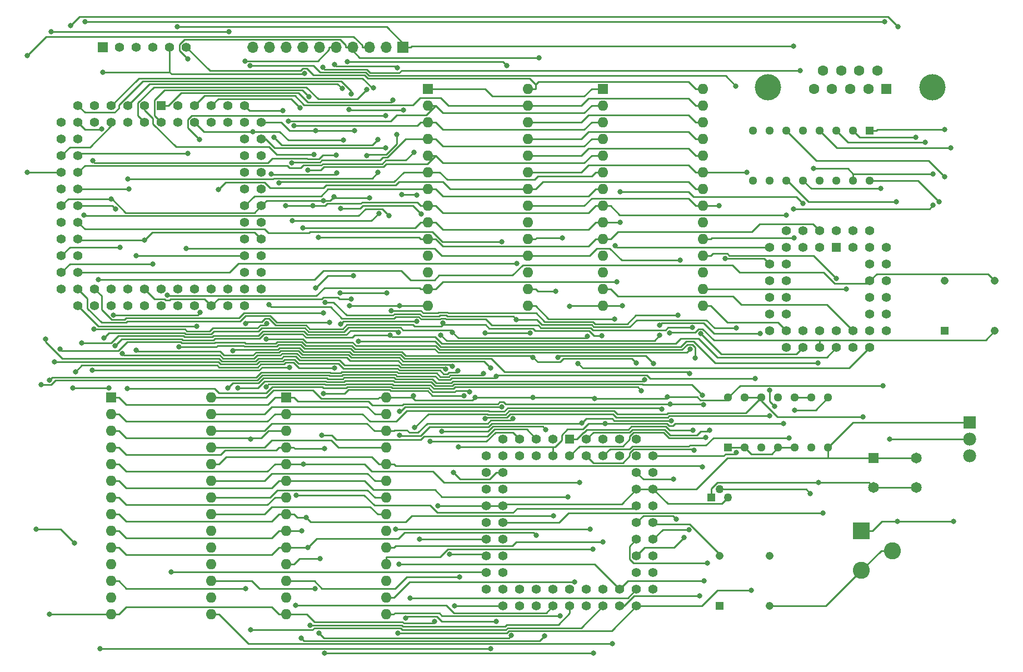
<source format=gbr>
%TF.GenerationSoftware,KiCad,Pcbnew,(5.1.12)-1*%
%TF.CreationDate,2022-04-22T18:12:23-05:00*%
%TF.ProjectId,Microcompuer,4d696372-6f63-46f6-9d70-7565722e6b69,rev?*%
%TF.SameCoordinates,Original*%
%TF.FileFunction,Copper,L2,Bot*%
%TF.FilePolarity,Positive*%
%FSLAX46Y46*%
G04 Gerber Fmt 4.6, Leading zero omitted, Abs format (unit mm)*
G04 Created by KiCad (PCBNEW (5.1.12)-1) date 2022-04-22 18:12:23*
%MOMM*%
%LPD*%
G01*
G04 APERTURE LIST*
%TA.AperFunction,ComponentPad*%
%ADD10C,2.600000*%
%TD*%
%TA.AperFunction,ComponentPad*%
%ADD11R,2.600000X2.600000*%
%TD*%
%TA.AperFunction,ComponentPad*%
%ADD12O,1.600000X1.600000*%
%TD*%
%TA.AperFunction,ComponentPad*%
%ADD13R,1.600000X1.600000*%
%TD*%
%TA.AperFunction,ComponentPad*%
%ADD14C,1.295400*%
%TD*%
%TA.AperFunction,ComponentPad*%
%ADD15R,1.295400X1.295400*%
%TD*%
%TA.AperFunction,ComponentPad*%
%ADD16C,1.650000*%
%TD*%
%TA.AperFunction,ComponentPad*%
%ADD17R,1.650000X1.650000*%
%TD*%
%TA.AperFunction,ComponentPad*%
%ADD18C,1.980000*%
%TD*%
%TA.AperFunction,ComponentPad*%
%ADD19R,1.980000X1.980000*%
%TD*%
%TA.AperFunction,ComponentPad*%
%ADD20C,1.422400*%
%TD*%
%TA.AperFunction,ComponentPad*%
%ADD21R,1.524000X1.524000*%
%TD*%
%TA.AperFunction,ComponentPad*%
%ADD22C,4.000000*%
%TD*%
%TA.AperFunction,ComponentPad*%
%ADD23C,1.600000*%
%TD*%
%TA.AperFunction,ComponentPad*%
%ADD24R,1.422400X1.422400*%
%TD*%
%TA.AperFunction,ComponentPad*%
%ADD25C,1.270000*%
%TD*%
%TA.AperFunction,ComponentPad*%
%ADD26R,1.270000X1.270000*%
%TD*%
%TA.AperFunction,ComponentPad*%
%ADD27C,1.208000*%
%TD*%
%TA.AperFunction,ComponentPad*%
%ADD28R,1.208000X1.208000*%
%TD*%
%TA.AperFunction,ComponentPad*%
%ADD29O,1.700000X1.700000*%
%TD*%
%TA.AperFunction,ComponentPad*%
%ADD30R,1.700000X1.700000*%
%TD*%
%TA.AperFunction,ViaPad*%
%ADD31C,0.800000*%
%TD*%
%TA.AperFunction,Conductor*%
%ADD32C,0.250000*%
%TD*%
G04 APERTURE END LIST*
D10*
%TO.P,PLUG1,3*%
%TO.N,GND*%
X287910000Y-155400000D03*
%TO.P,PLUG1,2*%
X283210000Y-158400000D03*
D11*
%TO.P,PLUG1,1*%
%TO.N,Net-(C8-Pad2)*%
X283210000Y-152400000D03*
%TD*%
D12*
%TO.P,UROM1,28*%
%TO.N,+5V*%
X232410000Y-85090000D03*
%TO.P,UROM1,14*%
%TO.N,GND*%
X217170000Y-118110000D03*
%TO.P,UROM1,27*%
%TO.N,\u002AWRITE*%
X232410000Y-87630000D03*
%TO.P,UROM1,13*%
%TO.N,/D10*%
X217170000Y-115570000D03*
%TO.P,UROM1,26*%
%TO.N,/A14*%
X232410000Y-90170000D03*
%TO.P,UROM1,12*%
%TO.N,/D9*%
X217170000Y-113030000D03*
%TO.P,UROM1,25*%
%TO.N,/A9*%
X232410000Y-92710000D03*
%TO.P,UROM1,11*%
%TO.N,/D8*%
X217170000Y-110490000D03*
%TO.P,UROM1,24*%
%TO.N,/A10*%
X232410000Y-95250000D03*
%TO.P,UROM1,10*%
%TO.N,/A1*%
X217170000Y-107950000D03*
%TO.P,UROM1,23*%
%TO.N,/A12*%
X232410000Y-97790000D03*
%TO.P,UROM1,9*%
%TO.N,/A2*%
X217170000Y-105410000D03*
%TO.P,UROM1,22*%
%TO.N,\u002AREAD*%
X232410000Y-100330000D03*
%TO.P,UROM1,8*%
%TO.N,/A3*%
X217170000Y-102870000D03*
%TO.P,UROM1,21*%
%TO.N,/A11*%
X232410000Y-102870000D03*
%TO.P,UROM1,7*%
%TO.N,/A4*%
X217170000Y-100330000D03*
%TO.P,UROM1,20*%
%TO.N,\u002AUROM*%
X232410000Y-105410000D03*
%TO.P,UROM1,6*%
%TO.N,/A5*%
X217170000Y-97790000D03*
%TO.P,UROM1,19*%
%TO.N,/D15*%
X232410000Y-107950000D03*
%TO.P,UROM1,5*%
%TO.N,/A6*%
X217170000Y-95250000D03*
%TO.P,UROM1,18*%
%TO.N,/D14*%
X232410000Y-110490000D03*
%TO.P,UROM1,4*%
%TO.N,/A7*%
X217170000Y-92710000D03*
%TO.P,UROM1,17*%
%TO.N,/D13*%
X232410000Y-113030000D03*
%TO.P,UROM1,3*%
%TO.N,/A8*%
X217170000Y-90170000D03*
%TO.P,UROM1,16*%
%TO.N,/D12*%
X232410000Y-115570000D03*
%TO.P,UROM1,2*%
%TO.N,/A13*%
X217170000Y-87630000D03*
%TO.P,UROM1,15*%
%TO.N,/D11*%
X232410000Y-118110000D03*
D13*
%TO.P,UROM1,1*%
%TO.N,/A15*%
X217170000Y-85090000D03*
%TD*%
D12*
%TO.P,URAM1,28*%
%TO.N,+5V*%
X184150000Y-132080000D03*
%TO.P,URAM1,14*%
%TO.N,GND*%
X168910000Y-165100000D03*
%TO.P,URAM1,27*%
%TO.N,\u002AWRITE*%
X184150000Y-134620000D03*
%TO.P,URAM1,13*%
%TO.N,/D10*%
X168910000Y-162560000D03*
%TO.P,URAM1,26*%
%TO.N,/A14*%
X184150000Y-137160000D03*
%TO.P,URAM1,12*%
%TO.N,/D9*%
X168910000Y-160020000D03*
%TO.P,URAM1,25*%
%TO.N,/A9*%
X184150000Y-139700000D03*
%TO.P,URAM1,11*%
%TO.N,/D8*%
X168910000Y-157480000D03*
%TO.P,URAM1,24*%
%TO.N,/A10*%
X184150000Y-142240000D03*
%TO.P,URAM1,10*%
%TO.N,/A1*%
X168910000Y-154940000D03*
%TO.P,URAM1,23*%
%TO.N,/A12*%
X184150000Y-144780000D03*
%TO.P,URAM1,9*%
%TO.N,/A2*%
X168910000Y-152400000D03*
%TO.P,URAM1,22*%
%TO.N,\u002AREAD*%
X184150000Y-147320000D03*
%TO.P,URAM1,8*%
%TO.N,/A3*%
X168910000Y-149860000D03*
%TO.P,URAM1,21*%
%TO.N,/A11*%
X184150000Y-149860000D03*
%TO.P,URAM1,7*%
%TO.N,/A4*%
X168910000Y-147320000D03*
%TO.P,URAM1,20*%
%TO.N,\u002AURAM*%
X184150000Y-152400000D03*
%TO.P,URAM1,6*%
%TO.N,/A5*%
X168910000Y-144780000D03*
%TO.P,URAM1,19*%
%TO.N,/D15*%
X184150000Y-154940000D03*
%TO.P,URAM1,5*%
%TO.N,/A6*%
X168910000Y-142240000D03*
%TO.P,URAM1,18*%
%TO.N,/D14*%
X184150000Y-157480000D03*
%TO.P,URAM1,4*%
%TO.N,/A7*%
X168910000Y-139700000D03*
%TO.P,URAM1,17*%
%TO.N,/D13*%
X184150000Y-160020000D03*
%TO.P,URAM1,3*%
%TO.N,/A8*%
X168910000Y-137160000D03*
%TO.P,URAM1,16*%
%TO.N,/D12*%
X184150000Y-162560000D03*
%TO.P,URAM1,2*%
%TO.N,/A13*%
X168910000Y-134620000D03*
%TO.P,URAM1,15*%
%TO.N,/D11*%
X184150000Y-165100000D03*
D13*
%TO.P,URAM1,1*%
%TO.N,/A15*%
X168910000Y-132080000D03*
%TD*%
D14*
%TO.P,U8,14*%
%TO.N,+5V*%
X262890000Y-132080000D03*
%TO.P,U8,13*%
%TO.N,\u002ARESET*%
X265430000Y-132080000D03*
%TO.P,U8,12*%
X267970000Y-132080000D03*
%TO.P,U8,11*%
%TO.N,Net-(D17-Pad2)*%
X270510000Y-132080000D03*
%TO.P,U8,10*%
%TO.N,Net-(DS1813-Pad1)*%
X273050000Y-132080000D03*
%TO.P,U8,9*%
X275590000Y-132080000D03*
%TO.P,U8,8*%
%TO.N,Net-(U8-Pad1)*%
X278130000Y-132080000D03*
%TO.P,U8,7*%
%TO.N,GND*%
X278130000Y-139700000D03*
%TO.P,U8,6*%
%TO.N,\u002AHALT*%
X275590000Y-139700000D03*
%TO.P,U8,5*%
%TO.N,Net-(U8-Pad1)*%
X273050000Y-139700000D03*
%TO.P,U8,4*%
X270510000Y-139700000D03*
%TO.P,U8,3*%
%TO.N,\u002ARESET*%
X267970000Y-139700000D03*
%TO.P,U8,2*%
%TO.N,Net-(U8-Pad1)*%
X265430000Y-139700000D03*
D15*
%TO.P,U8,1*%
X262890000Y-139700000D03*
%TD*%
D16*
%TO.P,S1,2*%
%TO.N,GND*%
X291540000Y-141260000D03*
D17*
%TO.P,S1,1*%
X285040000Y-141260000D03*
D16*
%TO.P,S1,4*%
%TO.N,Net-(DS1813-Pad1)*%
X291540000Y-145760000D03*
%TO.P,S1,3*%
X285040000Y-145760000D03*
%TD*%
D14*
%TO.P,RS1,16*%
%TO.N,+5V*%
X284480000Y-99060000D03*
%TO.P,RS1,15*%
%TO.N,GND*%
X281940000Y-99060000D03*
%TO.P,RS1,14*%
%TO.N,Net-(J3-Pad2)*%
X279400000Y-99060000D03*
%TO.P,RS1,13*%
%TO.N,Net-(J3-Pad3)*%
X276860000Y-99060000D03*
%TO.P,RS1,12*%
%TO.N,RXDA*%
X274320000Y-99060000D03*
%TO.P,RS1,11*%
%TO.N,TXDA*%
X271780000Y-99060000D03*
%TO.P,RS1,10*%
%TO.N,TXDB*%
X269240000Y-99060000D03*
%TO.P,RS1,9*%
%TO.N,RXDB*%
X266700000Y-99060000D03*
%TO.P,RS1,8*%
%TO.N,Net-(RS1-Pad8)*%
X266700000Y-91440000D03*
%TO.P,RS1,7*%
%TO.N,Net-(RS1-Pad7)*%
X269240000Y-91440000D03*
%TO.P,RS1,6*%
%TO.N,Net-(C3-Pad2)*%
X271780000Y-91440000D03*
%TO.P,RS1,5*%
%TO.N,Net-(C1-Pad1)*%
X274320000Y-91440000D03*
%TO.P,RS1,4*%
%TO.N,Net-(C1-Pad2)*%
X276860000Y-91440000D03*
%TO.P,RS1,3*%
%TO.N,Net-(C2-Pad1)*%
X279400000Y-91440000D03*
%TO.P,RS1,2*%
%TO.N,Net-(C4-Pad2)*%
X281940000Y-91440000D03*
D15*
%TO.P,RS1,1*%
%TO.N,Net-(C2-Pad2)*%
X284480000Y-91440000D03*
%TD*%
D18*
%TO.P,REG1,3*%
%TO.N,Net-(REG1-Pad3)*%
X299720000Y-140990000D03*
%TO.P,REG1,2*%
%TO.N,+5V*%
X299720000Y-138440000D03*
D19*
%TO.P,REG1,1*%
%TO.N,GND*%
X299720000Y-135890000D03*
%TD*%
D12*
%TO.P,LROM1,28*%
%TO.N,+5V*%
X259080000Y-85090000D03*
%TO.P,LROM1,14*%
%TO.N,GND*%
X243840000Y-118110000D03*
%TO.P,LROM1,27*%
%TO.N,\u002AWRITE*%
X259080000Y-87630000D03*
%TO.P,LROM1,13*%
%TO.N,/D2*%
X243840000Y-115570000D03*
%TO.P,LROM1,26*%
%TO.N,/A14*%
X259080000Y-90170000D03*
%TO.P,LROM1,12*%
%TO.N,/D1*%
X243840000Y-113030000D03*
%TO.P,LROM1,25*%
%TO.N,/A9*%
X259080000Y-92710000D03*
%TO.P,LROM1,11*%
%TO.N,/D0*%
X243840000Y-110490000D03*
%TO.P,LROM1,24*%
%TO.N,/A10*%
X259080000Y-95250000D03*
%TO.P,LROM1,10*%
%TO.N,/A1*%
X243840000Y-107950000D03*
%TO.P,LROM1,23*%
%TO.N,/A12*%
X259080000Y-97790000D03*
%TO.P,LROM1,9*%
%TO.N,/A2*%
X243840000Y-105410000D03*
%TO.P,LROM1,22*%
%TO.N,\u002AREAD*%
X259080000Y-100330000D03*
%TO.P,LROM1,8*%
%TO.N,/A3*%
X243840000Y-102870000D03*
%TO.P,LROM1,21*%
%TO.N,/A11*%
X259080000Y-102870000D03*
%TO.P,LROM1,7*%
%TO.N,/A4*%
X243840000Y-100330000D03*
%TO.P,LROM1,20*%
%TO.N,\u002ALROM*%
X259080000Y-105410000D03*
%TO.P,LROM1,6*%
%TO.N,/A5*%
X243840000Y-97790000D03*
%TO.P,LROM1,19*%
%TO.N,/D7*%
X259080000Y-107950000D03*
%TO.P,LROM1,5*%
%TO.N,/A6*%
X243840000Y-95250000D03*
%TO.P,LROM1,18*%
%TO.N,/D6*%
X259080000Y-110490000D03*
%TO.P,LROM1,4*%
%TO.N,/A7*%
X243840000Y-92710000D03*
%TO.P,LROM1,17*%
%TO.N,/D5*%
X259080000Y-113030000D03*
%TO.P,LROM1,3*%
%TO.N,/A8*%
X243840000Y-90170000D03*
%TO.P,LROM1,16*%
%TO.N,/D4*%
X259080000Y-115570000D03*
%TO.P,LROM1,2*%
%TO.N,/A13*%
X243840000Y-87630000D03*
%TO.P,LROM1,15*%
%TO.N,/D3*%
X259080000Y-118110000D03*
D13*
%TO.P,LROM1,1*%
%TO.N,/A15*%
X243840000Y-85090000D03*
%TD*%
D12*
%TO.P,LRAM1,28*%
%TO.N,+5V*%
X210820000Y-132080000D03*
%TO.P,LRAM1,14*%
%TO.N,GND*%
X195580000Y-165100000D03*
%TO.P,LRAM1,27*%
%TO.N,\u002AWRITE*%
X210820000Y-134620000D03*
%TO.P,LRAM1,13*%
%TO.N,/D2*%
X195580000Y-162560000D03*
%TO.P,LRAM1,26*%
%TO.N,/A14*%
X210820000Y-137160000D03*
%TO.P,LRAM1,12*%
%TO.N,/D1*%
X195580000Y-160020000D03*
%TO.P,LRAM1,25*%
%TO.N,/A9*%
X210820000Y-139700000D03*
%TO.P,LRAM1,11*%
%TO.N,/D0*%
X195580000Y-157480000D03*
%TO.P,LRAM1,24*%
%TO.N,/A10*%
X210820000Y-142240000D03*
%TO.P,LRAM1,10*%
%TO.N,/A1*%
X195580000Y-154940000D03*
%TO.P,LRAM1,23*%
%TO.N,/A12*%
X210820000Y-144780000D03*
%TO.P,LRAM1,9*%
%TO.N,/A2*%
X195580000Y-152400000D03*
%TO.P,LRAM1,22*%
%TO.N,\u002AREAD*%
X210820000Y-147320000D03*
%TO.P,LRAM1,8*%
%TO.N,/A3*%
X195580000Y-149860000D03*
%TO.P,LRAM1,21*%
%TO.N,/A11*%
X210820000Y-149860000D03*
%TO.P,LRAM1,7*%
%TO.N,/A4*%
X195580000Y-147320000D03*
%TO.P,LRAM1,20*%
%TO.N,\u002ALRAM*%
X210820000Y-152400000D03*
%TO.P,LRAM1,6*%
%TO.N,/A5*%
X195580000Y-144780000D03*
%TO.P,LRAM1,19*%
%TO.N,/D7*%
X210820000Y-154940000D03*
%TO.P,LRAM1,5*%
%TO.N,/A6*%
X195580000Y-142240000D03*
%TO.P,LRAM1,18*%
%TO.N,/D6*%
X210820000Y-157480000D03*
%TO.P,LRAM1,4*%
%TO.N,/A7*%
X195580000Y-139700000D03*
%TO.P,LRAM1,17*%
%TO.N,/D5*%
X210820000Y-160020000D03*
%TO.P,LRAM1,3*%
%TO.N,/A8*%
X195580000Y-137160000D03*
%TO.P,LRAM1,16*%
%TO.N,/D4*%
X210820000Y-162560000D03*
%TO.P,LRAM1,2*%
%TO.N,/A13*%
X195580000Y-134620000D03*
%TO.P,LRAM1,15*%
%TO.N,/D3*%
X210820000Y-165100000D03*
D13*
%TO.P,LRAM1,1*%
%TO.N,/A15*%
X195580000Y-132080000D03*
%TD*%
D20*
%TO.P,JTAG1,6*%
%TO.N,+5V*%
X180340000Y-78740000D03*
%TO.P,JTAG1,5*%
%TO.N,GND*%
X177800000Y-78740000D03*
%TO.P,JTAG1,4*%
%TO.N,TCK*%
X175260000Y-78740000D03*
%TO.P,JTAG1,3*%
%TO.N,TDO*%
X172720000Y-78740000D03*
%TO.P,JTAG1,2*%
%TO.N,TDI*%
X170180000Y-78740000D03*
D21*
%TO.P,JTAG1,1*%
%TO.N,TMS*%
X167640000Y-78740000D03*
%TD*%
D22*
%TO.P,J3,0*%
%TO.N,N/C*%
X268980000Y-84790000D03*
X293980000Y-84790000D03*
D23*
%TO.P,J3,9*%
%TO.N,Net-(J3-Pad9)*%
X277325000Y-82250000D03*
%TO.P,J3,8*%
%TO.N,Net-(J3-Pad8)*%
X280095000Y-82250000D03*
%TO.P,J3,7*%
%TO.N,Net-(J3-Pad7)*%
X282865000Y-82250000D03*
%TO.P,J3,6*%
%TO.N,Net-(J3-Pad6)*%
X285635000Y-82250000D03*
%TO.P,J3,5*%
%TO.N,GND*%
X275940000Y-85090000D03*
%TO.P,J3,4*%
%TO.N,Net-(J3-Pad4)*%
X278710000Y-85090000D03*
%TO.P,J3,3*%
%TO.N,Net-(J3-Pad3)*%
X281480000Y-85090000D03*
%TO.P,J3,2*%
%TO.N,Net-(J3-Pad2)*%
X284250000Y-85090000D03*
D13*
%TO.P,J3,1*%
%TO.N,Net-(J3-Pad1)*%
X287020000Y-85090000D03*
%TD*%
D20*
%TO.P,DUART1,39*%
%TO.N,DUART*%
X287020000Y-109220000D03*
%TO.P,DUART1,37*%
%TO.N,Net-(DUART1-Pad37)*%
X287020000Y-111760000D03*
%TO.P,DUART1,35*%
%TO.N,RXDA*%
X287020000Y-114300000D03*
%TO.P,DUART1,33*%
%TO.N,TXDA*%
X287020000Y-116840000D03*
%TO.P,DUART1,31*%
%TO.N,Net-(DUART1-Pad31)*%
X287020000Y-119380000D03*
%TO.P,DUART1,40*%
%TO.N,Net-(DUART1-Pad40)*%
X284480000Y-106680000D03*
%TO.P,DUART1,38*%
%TO.N,\u002ARESET*%
X284480000Y-111760000D03*
%TO.P,DUART1,36*%
%TO.N,X1*%
X284480000Y-114300000D03*
%TO.P,DUART1,34*%
%TO.N,Net-(DUART1-Pad34)*%
X284480000Y-116840000D03*
%TO.P,DUART1,32*%
%TO.N,Net-(DUART1-Pad32)*%
X284480000Y-119380000D03*
%TO.P,DUART1,30*%
%TO.N,Net-(DUART1-Pad30)*%
X284480000Y-121920000D03*
%TO.P,DUART1,28*%
%TO.N,/D0*%
X284480000Y-124460000D03*
%TO.P,DUART1,26*%
%TO.N,/D4*%
X281940000Y-124460000D03*
%TO.P,DUART1,24*%
%TO.N,DUARTIRQ*%
X279400000Y-124460000D03*
%TO.P,DUART1,22*%
%TO.N,GND*%
X276860000Y-124460000D03*
%TO.P,DUART1,20*%
%TO.N,/D5*%
X274320000Y-124460000D03*
%TO.P,DUART1,18*%
%TO.N,/D1*%
X271780000Y-124460000D03*
%TO.P,DUART1,29*%
%TO.N,Net-(DUART1-Pad29)*%
X287020000Y-121920000D03*
%TO.P,DUART1,27*%
%TO.N,/D2*%
X281940000Y-121920000D03*
%TO.P,DUART1,25*%
%TO.N,/D6*%
X279400000Y-121920000D03*
%TO.P,DUART1,23*%
%TO.N,Net-(DUART1-Pad23)*%
X276860000Y-121920000D03*
%TO.P,DUART1,21*%
%TO.N,/D7*%
X274320000Y-121920000D03*
%TO.P,DUART1,19*%
%TO.N,/D3*%
X271780000Y-121920000D03*
%TO.P,DUART1,17*%
%TO.N,Net-(DUART1-Pad17)*%
X269240000Y-121920000D03*
%TO.P,DUART1,15*%
%TO.N,Net-(DUART1-Pad15)*%
X269240000Y-119380000D03*
%TO.P,DUART1,13*%
%TO.N,TXDB*%
X269240000Y-116840000D03*
%TO.P,DUART1,11*%
%TO.N,RXDB*%
X269240000Y-114300000D03*
%TO.P,DUART1,9*%
%TO.N,\u002AWRITE*%
X269240000Y-111760000D03*
%TO.P,DUART1,7*%
%TO.N,/A4*%
X269240000Y-109220000D03*
%TO.P,DUART1,16*%
%TO.N,Net-(DUART1-Pad16)*%
X271780000Y-119380000D03*
%TO.P,DUART1,14*%
%TO.N,Net-(DUART1-Pad14)*%
X271780000Y-116840000D03*
%TO.P,DUART1,12*%
%TO.N,Net-(DUART1-Pad12)*%
X271780000Y-114300000D03*
%TO.P,DUART1,10*%
%TO.N,\u002ADTACK*%
X271780000Y-111760000D03*
%TO.P,DUART1,8*%
%TO.N,Net-(DUART1-Pad8)*%
X271780000Y-109220000D03*
%TO.P,DUART1,42*%
%TO.N,Net-(DUART1-Pad42)*%
X281940000Y-106680000D03*
%TO.P,DUART1,44*%
%TO.N,+5V*%
X279400000Y-106680000D03*
%TO.P,DUART1,6*%
%TO.N,/A3*%
X271780000Y-106680000D03*
%TO.P,DUART1,4*%
%TO.N,/A2*%
X274320000Y-106680000D03*
%TO.P,DUART1,2*%
%TO.N,/A1*%
X276860000Y-106680000D03*
%TO.P,DUART1,41*%
%TO.N,\u002AIACK*%
X284480000Y-109220000D03*
%TO.P,DUART1,43*%
%TO.N,Net-(DUART1-Pad43)*%
X281940000Y-109220000D03*
%TO.P,DUART1,5*%
%TO.N,Net-(DUART1-Pad5)*%
X274320000Y-109220000D03*
%TO.P,DUART1,3*%
%TO.N,Net-(DUART1-Pad3)*%
X276860000Y-109220000D03*
D24*
%TO.P,DUART1,1*%
%TO.N,Net-(DUART1-Pad1)*%
X279400000Y-109220000D03*
%TD*%
D25*
%TO.P,DS1813,3*%
%TO.N,GND*%
X262890000Y-147320000D03*
%TO.P,DS1813,2*%
%TO.N,+5V*%
X261620000Y-146050000D03*
D26*
%TO.P,DS1813,1*%
%TO.N,Net-(DS1813-Pad1)*%
X260350000Y-147320000D03*
%TD*%
D27*
%TO.P,D_CLK1,5*%
%TO.N,X1*%
X303530000Y-114300000D03*
%TO.P,D_CLK1,4*%
%TO.N,GND*%
X303530000Y-121920000D03*
D28*
%TO.P,D_CLK1,1*%
%TO.N,N/C*%
X295910000Y-121920000D03*
D27*
%TO.P,D_CLK1,8*%
%TO.N,+5V*%
X295910000Y-114300000D03*
%TD*%
%TO.P,CPU_CLK1,5*%
%TO.N,8MHz*%
X269240000Y-156210000D03*
%TO.P,CPU_CLK1,4*%
%TO.N,GND*%
X269240000Y-163830000D03*
D28*
%TO.P,CPU_CLK1,1*%
%TO.N,Net-(CPU_CLK1-Pad1)*%
X261620000Y-163830000D03*
D27*
%TO.P,CPU_CLK1,8*%
%TO.N,+5V*%
X261620000Y-156210000D03*
%TD*%
D20*
%TO.P,CPU1,60*%
%TO.N,/D13*%
X251460000Y-140970000D03*
%TO.P,CPU1,58*%
%TO.N,/D15*%
X251460000Y-143510000D03*
%TO.P,CPU1,56*%
%TO.N,GND*%
X251460000Y-146050000D03*
%TO.P,CPU1,54*%
%TO.N,/A22*%
X251460000Y-148590000D03*
%TO.P,CPU1,52*%
%TO.N,+5V*%
X251460000Y-151130000D03*
%TO.P,CPU1,50*%
%TO.N,/A19*%
X251460000Y-153670000D03*
%TO.P,CPU1,48*%
%TO.N,/A17*%
X251460000Y-156210000D03*
%TO.P,CPU1,46*%
%TO.N,/A15*%
X251460000Y-158750000D03*
%TO.P,CPU1,61*%
%TO.N,/D12*%
X248920000Y-138430000D03*
%TO.P,CPU1,59*%
%TO.N,/D14*%
X248920000Y-143510000D03*
%TO.P,CPU1,57*%
%TO.N,GND*%
X248920000Y-146050000D03*
%TO.P,CPU1,55*%
%TO.N,/A23*%
X248920000Y-148590000D03*
%TO.P,CPU1,53*%
%TO.N,/A21*%
X248920000Y-151130000D03*
%TO.P,CPU1,51*%
%TO.N,/A20*%
X248920000Y-153670000D03*
%TO.P,CPU1,49*%
%TO.N,/A18*%
X248920000Y-156210000D03*
%TO.P,CPU1,47*%
%TO.N,/A16*%
X248920000Y-158750000D03*
%TO.P,CPU1,45*%
%TO.N,/A14*%
X248920000Y-161290000D03*
%TO.P,CPU1,43*%
%TO.N,/A12*%
X248920000Y-163830000D03*
%TO.P,CPU1,41*%
%TO.N,/A10*%
X246380000Y-163830000D03*
%TO.P,CPU1,39*%
%TO.N,/A8*%
X243840000Y-163830000D03*
%TO.P,CPU1,37*%
%TO.N,/A6*%
X241300000Y-163830000D03*
%TO.P,CPU1,35*%
%TO.N,/A4*%
X238760000Y-163830000D03*
%TO.P,CPU1,33*%
%TO.N,/A2*%
X236220000Y-163830000D03*
%TO.P,CPU1,31*%
%TO.N,Net-(CPU1-Pad31)*%
X233680000Y-163830000D03*
%TO.P,CPU1,29*%
%TO.N,FC1*%
X231140000Y-163830000D03*
%TO.P,CPU1,27*%
%TO.N,\u002AIPL0*%
X228600000Y-163830000D03*
%TO.P,CPU1,44*%
%TO.N,/A13*%
X251460000Y-161290000D03*
%TO.P,CPU1,42*%
%TO.N,/A11*%
X246380000Y-161290000D03*
%TO.P,CPU1,40*%
%TO.N,/A9*%
X243840000Y-161290000D03*
%TO.P,CPU1,38*%
%TO.N,/A7*%
X241300000Y-161290000D03*
%TO.P,CPU1,36*%
%TO.N,/A5*%
X238760000Y-161290000D03*
%TO.P,CPU1,34*%
%TO.N,/A3*%
X236220000Y-161290000D03*
%TO.P,CPU1,32*%
%TO.N,/A1*%
X233680000Y-161290000D03*
%TO.P,CPU1,30*%
%TO.N,FC0*%
X231140000Y-161290000D03*
%TO.P,CPU1,28*%
%TO.N,FC2*%
X228600000Y-161290000D03*
%TO.P,CPU1,26*%
%TO.N,\u002AIPL1*%
X226060000Y-161290000D03*
%TO.P,CPU1,24*%
%TO.N,\u002ABERR*%
X226060000Y-158750000D03*
%TO.P,CPU1,22*%
%TO.N,E*%
X226060000Y-156210000D03*
%TO.P,CPU1,20*%
%TO.N,\u002ARESET*%
X226060000Y-153670000D03*
%TO.P,CPU1,18*%
%TO.N,Net-(CPU1-Pad18)*%
X226060000Y-151130000D03*
%TO.P,CPU1,16*%
%TO.N,GND*%
X226060000Y-148590000D03*
%TO.P,CPU1,14*%
%TO.N,+5V*%
X226060000Y-146050000D03*
%TO.P,CPU1,12*%
%TO.N,\u002ABGACK*%
X226060000Y-143510000D03*
%TO.P,CPU1,10*%
%TO.N,\u002ADTACK*%
X226060000Y-140970000D03*
%TO.P,CPU1,25*%
%TO.N,\u002AIPL2*%
X228600000Y-158750000D03*
%TO.P,CPU1,23*%
%TO.N,\u002AVPA*%
X228600000Y-156210000D03*
%TO.P,CPU1,21*%
%TO.N,\u002AVMA*%
X228600000Y-153670000D03*
%TO.P,CPU1,19*%
%TO.N,\u002AHALT*%
X228600000Y-151130000D03*
%TO.P,CPU1,17*%
%TO.N,GND*%
X228600000Y-148590000D03*
%TO.P,CPU1,15*%
%TO.N,8MHz*%
X228600000Y-146050000D03*
%TO.P,CPU1,13*%
%TO.N,\u002ABR*%
X228600000Y-143510000D03*
%TO.P,CPU1,11*%
%TO.N,\u002ABG*%
X228600000Y-140970000D03*
%TO.P,CPU1,63*%
%TO.N,/D10*%
X246380000Y-138430000D03*
%TO.P,CPU1,65*%
%TO.N,/D8*%
X243840000Y-138430000D03*
%TO.P,CPU1,67*%
%TO.N,/D6*%
X241300000Y-138430000D03*
%TO.P,CPU1,9*%
%TO.N,RW*%
X228600000Y-138430000D03*
%TO.P,CPU1,7*%
%TO.N,\u002AUDS*%
X231140000Y-138430000D03*
%TO.P,CPU1,5*%
%TO.N,/D0*%
X233680000Y-138430000D03*
%TO.P,CPU1,3*%
%TO.N,/D2*%
X236220000Y-138430000D03*
D24*
%TO.P,CPU1,1*%
%TO.N,/D4*%
X238760000Y-138430000D03*
D20*
%TO.P,CPU1,62*%
%TO.N,/D11*%
X248920000Y-140970000D03*
%TO.P,CPU1,64*%
%TO.N,/D9*%
X246380000Y-140970000D03*
%TO.P,CPU1,66*%
%TO.N,/D7*%
X243840000Y-140970000D03*
%TO.P,CPU1,68*%
%TO.N,/D5*%
X241300000Y-140970000D03*
%TO.P,CPU1,8*%
%TO.N,\u002ALDS*%
X231140000Y-140970000D03*
%TO.P,CPU1,6*%
%TO.N,\u002AAS*%
X233680000Y-140970000D03*
%TO.P,CPU1,4*%
%TO.N,/D1*%
X236220000Y-140970000D03*
%TO.P,CPU1,2*%
%TO.N,/D3*%
X238760000Y-140970000D03*
%TD*%
%TO.P,CPLD1,72*%
%TO.N,/A22*%
X191770000Y-92710000D03*
%TO.P,CPLD1,70*%
%TO.N,/A20*%
X191770000Y-95250000D03*
%TO.P,CPLD1,68*%
%TO.N,/A18*%
X191770000Y-97790000D03*
%TO.P,CPLD1,66*%
%TO.N,/A16*%
X191770000Y-100330000D03*
%TO.P,CPLD1,64*%
%TO.N,+5V*%
X191770000Y-102870000D03*
%TO.P,CPLD1,62*%
%TO.N,Net-(CPLD1-Pad62)*%
X191770000Y-105410000D03*
%TO.P,CPLD1,60*%
%TO.N,GND*%
X191770000Y-107950000D03*
%TO.P,CPLD1,58*%
%TO.N,Net-(CPLD1-Pad58)*%
X191770000Y-110490000D03*
%TO.P,CPLD1,56*%
%TO.N,Net-(CPLD1-Pad56)*%
X191770000Y-113030000D03*
%TO.P,CPLD1,54*%
%TO.N,Net-(CPLD1-Pad54)*%
X191770000Y-115570000D03*
%TO.P,CPLD1,73*%
%TO.N,+5V*%
X189230000Y-92710000D03*
%TO.P,CPLD1,71*%
%TO.N,/A21*%
X189230000Y-95250000D03*
%TO.P,CPLD1,69*%
%TO.N,/A19*%
X189230000Y-97790000D03*
%TO.P,CPLD1,67*%
%TO.N,/A17*%
X189230000Y-100330000D03*
%TO.P,CPLD1,65*%
%TO.N,/A4*%
X189230000Y-102870000D03*
%TO.P,CPLD1,63*%
%TO.N,Net-(CPLD1-Pad63)*%
X189230000Y-105410000D03*
%TO.P,CPLD1,61*%
%TO.N,Net-(CPLD1-Pad61)*%
X189230000Y-107950000D03*
%TO.P,CPLD1,59*%
%TO.N,TDO*%
X189230000Y-110490000D03*
%TO.P,CPLD1,57*%
%TO.N,Net-(CPLD1-Pad57)*%
X189230000Y-113030000D03*
%TO.P,CPLD1,55*%
%TO.N,Net-(CPLD1-Pad55)*%
X189230000Y-115570000D03*
%TO.P,CPLD1,53*%
%TO.N,Net-(CPLD1-Pad53)*%
X189230000Y-118110000D03*
%TO.P,CPLD1,51*%
%TO.N,Net-(CPLD1-Pad51)*%
X186690000Y-118110000D03*
%TO.P,CPLD1,49*%
%TO.N,GND*%
X184150000Y-118110000D03*
%TO.P,CPLD1,47*%
%TO.N,Net-(CPLD1-Pad47)*%
X181610000Y-118110000D03*
%TO.P,CPLD1,45*%
%TO.N,Net-(CPLD1-Pad45)*%
X179070000Y-118110000D03*
%TO.P,CPLD1,43*%
%TO.N,Net-(CPLD1-Pad43)*%
X176530000Y-118110000D03*
%TO.P,CPLD1,41*%
%TO.N,Net-(CPLD1-Pad41)*%
X173990000Y-118110000D03*
%TO.P,CPLD1,39*%
%TO.N,Net-(CPLD1-Pad39)*%
X171450000Y-118110000D03*
%TO.P,CPLD1,37*%
%TO.N,\u002AIPL0*%
X168910000Y-118110000D03*
%TO.P,CPLD1,35*%
%TO.N,\u002AIPL2*%
X166370000Y-118110000D03*
%TO.P,CPLD1,33*%
%TO.N,\u002AURAM*%
X163830000Y-118110000D03*
%TO.P,CPLD1,52*%
%TO.N,Net-(CPLD1-Pad52)*%
X186690000Y-115570000D03*
%TO.P,CPLD1,50*%
%TO.N,Net-(CPLD1-Pad50)*%
X184150000Y-115570000D03*
%TO.P,CPLD1,48*%
%TO.N,Net-(CPLD1-Pad48)*%
X181610000Y-115570000D03*
%TO.P,CPLD1,46*%
%TO.N,Net-(CPLD1-Pad46)*%
X179070000Y-115570000D03*
%TO.P,CPLD1,44*%
%TO.N,Net-(CPLD1-Pad44)*%
X176530000Y-115570000D03*
%TO.P,CPLD1,42*%
%TO.N,GND*%
X173990000Y-115570000D03*
%TO.P,CPLD1,40*%
%TO.N,Net-(CPLD1-Pad40)*%
X171450000Y-115570000D03*
%TO.P,CPLD1,38*%
%TO.N,+5V*%
X168910000Y-115570000D03*
%TO.P,CPLD1,36*%
%TO.N,\u002AIPL1*%
X166370000Y-115570000D03*
%TO.P,CPLD1,34*%
%TO.N,\u002ALRAM*%
X163830000Y-115570000D03*
%TO.P,CPLD1,32*%
%TO.N,\u002ALROM*%
X161290000Y-115570000D03*
%TO.P,CPLD1,30*%
%TO.N,TCK*%
X161290000Y-113030000D03*
%TO.P,CPLD1,28*%
%TO.N,TDI*%
X161290000Y-110490000D03*
%TO.P,CPLD1,26*%
%TO.N,\u002ABR*%
X161290000Y-107950000D03*
%TO.P,CPLD1,24*%
%TO.N,\u002ABGACK*%
X161290000Y-105410000D03*
%TO.P,CPLD1,22*%
%TO.N,+5V*%
X161290000Y-102870000D03*
%TO.P,CPLD1,20*%
%TO.N,E*%
X161290000Y-100330000D03*
%TO.P,CPLD1,18*%
%TO.N,\u002AUDS*%
X161290000Y-97790000D03*
%TO.P,CPLD1,16*%
%TO.N,GND*%
X161290000Y-95250000D03*
%TO.P,CPLD1,14*%
%TO.N,DUART*%
X161290000Y-92710000D03*
%TO.P,CPLD1,12*%
%TO.N,8MHz*%
X161290000Y-90170000D03*
%TO.P,CPLD1,31*%
%TO.N,\u002AUROM*%
X163830000Y-113030000D03*
%TO.P,CPLD1,29*%
%TO.N,TMS*%
X163830000Y-110490000D03*
%TO.P,CPLD1,27*%
%TO.N,GND*%
X163830000Y-107950000D03*
%TO.P,CPLD1,25*%
%TO.N,\u002ABG*%
X163830000Y-105410000D03*
%TO.P,CPLD1,23*%
%TO.N,\u002AVPA*%
X163830000Y-102870000D03*
%TO.P,CPLD1,21*%
%TO.N,\u002AVMA*%
X163830000Y-100330000D03*
%TO.P,CPLD1,19*%
%TO.N,\u002AAS*%
X163830000Y-97790000D03*
%TO.P,CPLD1,17*%
%TO.N,\u002ALDS*%
X163830000Y-95250000D03*
%TO.P,CPLD1,15*%
%TO.N,\u002AIACK*%
X163830000Y-92710000D03*
%TO.P,CPLD1,13*%
%TO.N,DUARTIRQ*%
X163830000Y-90170000D03*
%TO.P,CPLD1,75*%
%TO.N,/A23*%
X189230000Y-87630000D03*
%TO.P,CPLD1,77*%
%TO.N,Net-(CPLD1-Pad77)*%
X186690000Y-87630000D03*
%TO.P,CPLD1,79*%
%TO.N,\u002AHALT*%
X184150000Y-87630000D03*
%TO.P,CPLD1,81*%
%TO.N,\u002AWRITE*%
X181610000Y-87630000D03*
%TO.P,CPLD1,83*%
%TO.N,\u002ABERR*%
X179070000Y-87630000D03*
%TO.P,CPLD1,11*%
%TO.N,Net-(CPLD1-Pad11)*%
X163830000Y-87630000D03*
%TO.P,CPLD1,9*%
%TO.N,Net-(CPLD1-Pad9)*%
X166370000Y-87630000D03*
%TO.P,CPLD1,7*%
%TO.N,Net-(CPLD1-Pad7)*%
X168910000Y-87630000D03*
%TO.P,CPLD1,5*%
%TO.N,Net-(CPLD1-Pad5)*%
X171450000Y-87630000D03*
%TO.P,CPLD1,3*%
%TO.N,Net-(CPLD1-Pad3)*%
X173990000Y-87630000D03*
D24*
%TO.P,CPLD1,1*%
%TO.N,Net-(CPLD1-Pad1)*%
X176530000Y-87630000D03*
D20*
%TO.P,CPLD1,74*%
%TO.N,\u002ARESET*%
X191770000Y-90170000D03*
%TO.P,CPLD1,76*%
%TO.N,Net-(CPLD1-Pad76)*%
X189230000Y-90170000D03*
%TO.P,CPLD1,78*%
%TO.N,+5V*%
X186690000Y-90170000D03*
%TO.P,CPLD1,80*%
%TO.N,\u002AREAD*%
X184150000Y-90170000D03*
%TO.P,CPLD1,82*%
%TO.N,RW*%
X181610000Y-90170000D03*
%TO.P,CPLD1,84*%
%TO.N,\u002ADTACK*%
X179070000Y-90170000D03*
%TO.P,CPLD1,10*%
%TO.N,X1*%
X166370000Y-90170000D03*
%TO.P,CPLD1,8*%
%TO.N,GND*%
X168910000Y-90170000D03*
%TO.P,CPLD1,6*%
%TO.N,Net-(CPLD1-Pad6)*%
X171450000Y-90170000D03*
%TO.P,CPLD1,4*%
%TO.N,Net-(CPLD1-Pad4)*%
X173990000Y-90170000D03*
%TO.P,CPLD1,2*%
%TO.N,Net-(CPLD1-Pad2)*%
X176530000Y-90170000D03*
%TD*%
D29*
%TO.P,Con1,10*%
%TO.N,/A3*%
X190500000Y-78740000D03*
%TO.P,Con1,9*%
%TO.N,/A2*%
X193040000Y-78740000D03*
%TO.P,Con1,8*%
%TO.N,/A1*%
X195580000Y-78740000D03*
%TO.P,Con1,7*%
%TO.N,\u002AHALT*%
X198120000Y-78740000D03*
%TO.P,Con1,6*%
%TO.N,\u002ARESET*%
X200660000Y-78740000D03*
%TO.P,Con1,5*%
%TO.N,RW*%
X203200000Y-78740000D03*
%TO.P,Con1,4*%
%TO.N,\u002ALDS*%
X205740000Y-78740000D03*
%TO.P,Con1,3*%
%TO.N,\u002AUDS*%
X208280000Y-78740000D03*
%TO.P,Con1,2*%
%TO.N,\u002AAS*%
X210820000Y-78740000D03*
D30*
%TO.P,Con1,1*%
%TO.N,\u002ADTACK*%
X213360000Y-78740000D03*
%TD*%
D31*
%TO.N,Net-(C1-Pad2)*%
X296792900Y-94059200D03*
%TO.N,Net-(C1-Pad1)*%
X294116200Y-102809900D03*
X272834200Y-103338000D03*
%TO.N,Net-(C2-Pad2)*%
X295909800Y-91267100D03*
%TO.N,Net-(C2-Pad1)*%
X292929000Y-93169900D03*
%TO.N,Net-(C3-Pad2)*%
X295896100Y-98494200D03*
%TO.N,GND*%
X173990000Y-108070400D03*
X167640000Y-82524300D03*
X159435500Y-165100000D03*
X212821700Y-118110000D03*
X198355800Y-82709200D03*
X238681600Y-118184700D03*
X218624600Y-148590000D03*
X205456800Y-117056400D03*
X225826200Y-122265700D03*
X232730600Y-122265700D03*
X205194300Y-118110000D03*
X246744700Y-118110000D03*
X254000000Y-122203800D03*
X218120000Y-166222800D03*
X294116200Y-98049000D03*
X275872500Y-97212400D03*
%TO.N,Net-(C4-Pad2)*%
X291479800Y-92423700D03*
%TO.N,+5V*%
X208231700Y-101653800D03*
X214906700Y-131801800D03*
X202839300Y-101481400D03*
X201214900Y-102070400D03*
X233157300Y-132080000D03*
X224323700Y-132080000D03*
X286497100Y-130254200D03*
X242570000Y-132248600D03*
X287453500Y-138440000D03*
X253607700Y-131994200D03*
X294999300Y-102279600D03*
X275414700Y-146685000D03*
X168910000Y-101828300D03*
%TO.N,Net-(C8-Pad2)*%
X288646900Y-150948400D03*
X297234500Y-150948400D03*
%TO.N,Net-(D4-Pad2)*%
X165967700Y-127909100D03*
X196053300Y-127459900D03*
X196480400Y-105174500D03*
X209641200Y-104062000D03*
%TO.N,Net-(D5-Pad2)*%
X211203800Y-104343400D03*
X164716300Y-104296200D03*
%TO.N,Net-(D6-Pad2)*%
X210835800Y-116121900D03*
X203737000Y-116121900D03*
X202888000Y-127608500D03*
X163454900Y-128140500D03*
%TO.N,Net-(D7-Pad2)*%
X210676800Y-89119100D03*
X182338500Y-92752700D03*
X182454700Y-119134100D03*
X169221800Y-119497800D03*
X168544700Y-130655500D03*
X162999000Y-130655500D03*
%TO.N,Net-(D8-Pad2)*%
X164344800Y-123778400D03*
X212646300Y-122141600D03*
%TO.N,Net-(D9-Pad2)*%
X192589500Y-120793700D03*
X193225600Y-98071600D03*
X203265600Y-97844400D03*
X166287000Y-121692500D03*
%TO.N,Net-(D10-Pad2)*%
X203199900Y-95185000D03*
X166053100Y-95998300D03*
%TO.N,Net-(D11-Pad2)*%
X209549900Y-92772600D03*
X193670400Y-92428400D03*
X186807600Y-76353000D03*
X159739800Y-76353000D03*
X157444100Y-152140400D03*
X163313200Y-154270800D03*
%TO.N,Net-(D16-Pad1)*%
X269982700Y-133457200D03*
X269191500Y-130978500D03*
X267748800Y-122314600D03*
X252463800Y-121061000D03*
X252463800Y-122616900D03*
X219113300Y-122551800D03*
X216116200Y-104140000D03*
X203796100Y-103276800D03*
%TO.N,Net-(D17-Pad1)*%
X201116200Y-81810600D03*
X273874300Y-82239800D03*
%TO.N,\u002AWRITE*%
X262429400Y-110900900D03*
%TO.N,/D2*%
X197835700Y-168705400D03*
X234950000Y-168364300D03*
%TO.N,/A14*%
X230058800Y-135297000D03*
X214441700Y-162595700D03*
%TO.N,/D1*%
X221915700Y-159390700D03*
X221827000Y-139582800D03*
X244158100Y-136046600D03*
X271357700Y-136032300D03*
%TO.N,/A9*%
X254180500Y-135624700D03*
X212849700Y-137785600D03*
X240601500Y-135993200D03*
%TO.N,/D0*%
X200668700Y-156582800D03*
X200943800Y-137824400D03*
X240028000Y-126859500D03*
%TO.N,/A10*%
X258921900Y-142647100D03*
X258492100Y-162325600D03*
%TO.N,/A1*%
X198810000Y-154940000D03*
X233680000Y-153046200D03*
X200460600Y-107656100D03*
%TO.N,/A12*%
X265727900Y-97790000D03*
X266422200Y-161485400D03*
X212559900Y-167967000D03*
%TO.N,/A2*%
X274320000Y-102483600D03*
X246389900Y-100703000D03*
X246389900Y-105410000D03*
X198113300Y-106269100D03*
X197906900Y-152400000D03*
X197001300Y-163749600D03*
%TO.N,\u002AREAD*%
X185188700Y-100379400D03*
%TO.N,/A3*%
X195452500Y-102885400D03*
X236244900Y-150075100D03*
X198587100Y-150377200D03*
X199617500Y-102885400D03*
X271780000Y-104276400D03*
%TO.N,/A11*%
X259219600Y-160020000D03*
X261453200Y-102870000D03*
X212762700Y-157443100D03*
%TO.N,/A4*%
X199191600Y-166747700D03*
X245646400Y-108926000D03*
%TO.N,\u002ALRAM*%
X202117400Y-120619600D03*
%TO.N,/A5*%
X238429100Y-147194900D03*
X194405800Y-99394200D03*
%TO.N,/D7*%
X243840000Y-154057700D03*
X272185900Y-138212400D03*
X272893800Y-107793800D03*
%TO.N,/A6*%
X198810800Y-97403200D03*
X198137800Y-142240000D03*
X240248300Y-144994900D03*
%TO.N,/D6*%
X279400000Y-113941500D03*
X260037400Y-137079100D03*
X242273100Y-155155000D03*
%TO.N,/A7*%
X201393100Y-139845700D03*
X201393100Y-171052700D03*
X242379100Y-171052700D03*
X196368500Y-96358700D03*
%TO.N,/D5*%
X212248600Y-152167000D03*
X241826200Y-152167000D03*
X258692500Y-122345600D03*
X257651500Y-140106600D03*
%TO.N,/A8*%
X196761100Y-90687200D03*
X190128500Y-138430000D03*
X190128500Y-167472000D03*
%TO.N,/D4*%
X239476300Y-160136200D03*
X257558300Y-137066400D03*
X280893500Y-115570000D03*
%TO.N,/A13*%
X252788300Y-133879200D03*
X195880900Y-89962900D03*
%TO.N,/D3*%
X237310600Y-165339000D03*
X259425400Y-138144100D03*
%TO.N,/A15*%
X254057000Y-133050600D03*
X259100100Y-133178400D03*
%TO.N,/D10*%
X245955700Y-114434500D03*
X177458400Y-116508600D03*
%TO.N,/D9*%
X189383100Y-161170100D03*
X189383100Y-120793700D03*
X243590500Y-122653100D03*
X219446900Y-120748000D03*
%TO.N,/D8*%
X167753200Y-123026700D03*
X220896000Y-122141600D03*
X241423700Y-122712900D03*
%TO.N,\u002AURAM*%
X181921400Y-121192000D03*
%TO.N,/D15*%
X186622100Y-130662300D03*
X250186300Y-129364500D03*
X237641500Y-107804300D03*
X236966400Y-125960900D03*
X251509100Y-126863700D03*
%TO.N,/D14*%
X255600900Y-111178000D03*
X254556300Y-144545500D03*
X180340000Y-109353000D03*
%TO.N,/D13*%
X199915900Y-161163900D03*
X201500900Y-117547400D03*
X264160000Y-121506500D03*
X264160000Y-140440900D03*
X230605000Y-120193400D03*
%TO.N,/D12*%
X179175000Y-124325900D03*
X236601400Y-115896900D03*
X233157300Y-125960900D03*
X248920000Y-126820300D03*
%TO.N,/D11*%
X245536900Y-120099100D03*
X245231400Y-169604000D03*
%TO.N,FC0*%
X204889100Y-80912000D03*
X229126000Y-81482800D03*
%TO.N,FC2*%
X227545000Y-166158400D03*
X213718900Y-165688000D03*
X203863900Y-120886300D03*
X215405500Y-120504900D03*
X212457400Y-81884500D03*
X202865300Y-81361300D03*
%TO.N,FC1*%
X205774800Y-113500000D03*
X200055400Y-115357000D03*
X200511600Y-167955700D03*
X229820900Y-168336200D03*
%TO.N,DUARTIRQ*%
X169435800Y-124224000D03*
X167418500Y-91145300D03*
X211406100Y-122590900D03*
%TO.N,\u002AHALT*%
X276586200Y-126853100D03*
X206506700Y-123489600D03*
X277369800Y-149641300D03*
X197659400Y-87931500D03*
%TO.N,\u002ARESET*%
X205932100Y-91445000D03*
X200010600Y-91445000D03*
X215135500Y-136679400D03*
X215831200Y-153670000D03*
X283395100Y-134997700D03*
%TO.N,/A22*%
X255219900Y-119537900D03*
X211509900Y-118847100D03*
X210703100Y-94079900D03*
%TO.N,/A20*%
X259691500Y-157273900D03*
X264069900Y-84637100D03*
X190034500Y-81535600D03*
%TO.N,/A18*%
X256186900Y-153389500D03*
X257871400Y-126027900D03*
X192450200Y-123141000D03*
%TO.N,/A16*%
X192456800Y-130431800D03*
X249655700Y-131048500D03*
%TO.N,/A21*%
X255013200Y-150610300D03*
X256980100Y-128410700D03*
X187430000Y-124933700D03*
%TO.N,/A19*%
X256911300Y-152222500D03*
X258946000Y-131729700D03*
X188175000Y-130649400D03*
%TO.N,/A17*%
X257403900Y-121435800D03*
X192879400Y-117930600D03*
%TO.N,TDO*%
X172720000Y-110490000D03*
%TO.N,\u002AIPL0*%
X221179800Y-163830000D03*
X220839700Y-127357700D03*
X170557200Y-125387500D03*
%TO.N,\u002AIPL2*%
X226704400Y-170328400D03*
X167181500Y-170328400D03*
%TO.N,\u002AIPL1*%
X222614500Y-131793200D03*
X201191100Y-131492100D03*
X201191100Y-119170800D03*
%TO.N,\u002ALROM*%
X257120500Y-124729000D03*
X161050900Y-124669600D03*
%TO.N,TCK*%
X175260000Y-111736900D03*
%TO.N,TDI*%
X170251900Y-109205800D03*
%TO.N,\u002ABR*%
X221732000Y-127970500D03*
X221005800Y-143512500D03*
X160217900Y-126664500D03*
%TO.N,\u002ABGACK*%
X159468200Y-129403200D03*
X225586700Y-128417600D03*
%TO.N,E*%
X220455500Y-155922200D03*
X219825500Y-127758100D03*
X158894800Y-123190000D03*
%TO.N,\u002AUDS*%
X217434700Y-138752000D03*
X156049400Y-79984800D03*
X156049400Y-97790000D03*
%TO.N,DUART*%
X288795000Y-75600200D03*
X162657600Y-75418500D03*
%TO.N,8MHz*%
X158170500Y-130127500D03*
X266983800Y-129146400D03*
X227551300Y-128864200D03*
%TO.N,\u002AUROM*%
X230655200Y-111680900D03*
%TO.N,\u002ABG*%
X228378200Y-108342700D03*
%TO.N,\u002AVPA*%
X223451700Y-131217000D03*
X171306100Y-130721200D03*
X169527600Y-103383300D03*
%TO.N,\u002AVMA*%
X226661400Y-127575000D03*
X172720000Y-124887300D03*
X171543000Y-100330000D03*
%TO.N,\u002AAS*%
X235109000Y-136951800D03*
X219228100Y-137263300D03*
X214983200Y-94718300D03*
%TO.N,\u002ALDS*%
X234043900Y-80297400D03*
X180570100Y-94869000D03*
X180570100Y-80484500D03*
%TO.N,\u002AIACK*%
X286759400Y-74816800D03*
X164885100Y-74816800D03*
%TO.N,/A23*%
X195000400Y-88379400D03*
X197034400Y-146930100D03*
%TO.N,\u002ABERR*%
X178010000Y-158639800D03*
%TO.N,RW*%
X189310200Y-80804100D03*
X190500100Y-91557400D03*
X212811500Y-134198600D03*
X228384200Y-133499800D03*
X204229800Y-92906200D03*
%TO.N,\u002ADTACK*%
X225886000Y-135297000D03*
X269187200Y-134900400D03*
X178987000Y-75628700D03*
X272834200Y-78567300D03*
%TO.N,X1*%
X166926100Y-114120900D03*
%TO.N,RXDA*%
X286163500Y-100268900D03*
%TO.N,TXDA*%
X288475400Y-102282900D03*
%TO.N,Net-(CPLD1-Pad11)*%
X205440900Y-85858800D03*
%TO.N,Net-(CPLD1-Pad7)*%
X208857800Y-84941900D03*
%TO.N,Net-(CPLD1-Pad5)*%
X204065500Y-85031900D03*
%TO.N,Net-(CPLD1-Pad3)*%
X199761900Y-95049100D03*
%TO.N,Net-(CPLD1-Pad1)*%
X211817000Y-86790600D03*
X212370900Y-92049500D03*
X207848100Y-95198900D03*
%TO.N,Net-(CPLD1-Pad6)*%
X209549900Y-97742200D03*
X171450000Y-98831600D03*
%TO.N,Net-(CPLD1-Pad4)*%
X207842800Y-85135100D03*
%TO.N,Net-(CPLD1-Pad2)*%
X198987100Y-86220100D03*
%TO.N,Net-(D12-Pad2)*%
X213112500Y-101197800D03*
X215459800Y-101252400D03*
%TO.N,Net-(D14-Pad2)*%
X205111100Y-88245100D03*
X213362600Y-88298300D03*
%TO.N,Net-(DS1813-Pad1)*%
X276642400Y-145052300D03*
%TO.N,Net-(U8-Pad1)*%
X273050000Y-134007100D03*
%TD*%
D32*
%TO.N,Net-(C1-Pad2)*%
X276860000Y-91440000D02*
X279479200Y-94059200D01*
X279479200Y-94059200D02*
X296792900Y-94059200D01*
%TO.N,Net-(C1-Pad1)*%
X294116200Y-102809900D02*
X293588100Y-103338000D01*
X293588100Y-103338000D02*
X272834200Y-103338000D01*
%TO.N,Net-(C2-Pad2)*%
X284480000Y-91440000D02*
X285452000Y-91440000D01*
X285452000Y-91440000D02*
X285624900Y-91267100D01*
X285624900Y-91267100D02*
X295909800Y-91267100D01*
%TO.N,Net-(C2-Pad1)*%
X279400000Y-91440000D02*
X281129900Y-93169900D01*
X281129900Y-93169900D02*
X292929000Y-93169900D01*
%TO.N,Net-(C3-Pad2)*%
X295896100Y-98494200D02*
X293398900Y-95997000D01*
X293398900Y-95997000D02*
X276337000Y-95997000D01*
X276337000Y-95997000D02*
X271780000Y-91440000D01*
%TO.N,GND*%
X173990000Y-108070400D02*
X175165400Y-106895000D01*
X175165400Y-106895000D02*
X190715000Y-106895000D01*
X190715000Y-106895000D02*
X191770000Y-107950000D01*
X163830000Y-107950000D02*
X163950400Y-108070400D01*
X163950400Y-108070400D02*
X173990000Y-108070400D01*
X177800000Y-82524300D02*
X167640000Y-82524300D01*
X198355800Y-82709200D02*
X198278500Y-82786500D01*
X198278500Y-82786500D02*
X178062200Y-82786500D01*
X178062200Y-82786500D02*
X177800000Y-82524300D01*
X177800000Y-82524300D02*
X177800000Y-78740000D01*
X168910000Y-165100000D02*
X159435500Y-165100000D01*
X169472200Y-165100000D02*
X168910000Y-165100000D01*
X169472200Y-165100000D02*
X170034300Y-165100000D01*
X212821700Y-118110000D02*
X205194300Y-118110000D01*
X216045700Y-118110000D02*
X212821700Y-118110000D01*
X196704300Y-165100000D02*
X198632900Y-165100000D01*
X198632900Y-165100000D02*
X199822400Y-166289500D01*
X199822400Y-166289500D02*
X213296100Y-166289500D01*
X213296100Y-166289500D02*
X213420600Y-166414000D01*
X213420600Y-166414000D02*
X217928800Y-166414000D01*
X217928800Y-166414000D02*
X218120000Y-166222800D01*
X276860000Y-123340200D02*
X260711500Y-123340200D01*
X260711500Y-123340200D02*
X258992600Y-121621300D01*
X258992600Y-121621300D02*
X258392500Y-121621300D01*
X258392500Y-121621300D02*
X257853700Y-122160100D01*
X257853700Y-122160100D02*
X257853700Y-122160200D01*
X257853700Y-122160200D02*
X254043600Y-122160200D01*
X254043600Y-122160200D02*
X254000000Y-122203800D01*
X248920000Y-146050000D02*
X246664600Y-148305400D01*
X246664600Y-148305400D02*
X228884600Y-148305400D01*
X228884600Y-148305400D02*
X228600000Y-148590000D01*
X232730600Y-122265700D02*
X225826200Y-122265700D01*
X184150000Y-118110000D02*
X185203600Y-117056400D01*
X185203600Y-117056400D02*
X200967600Y-117056400D01*
X200967600Y-117056400D02*
X201200900Y-116823100D01*
X201200900Y-116823100D02*
X203413900Y-116823100D01*
X203413900Y-116823100D02*
X203647200Y-117056400D01*
X203647200Y-117056400D02*
X205456800Y-117056400D01*
X251460000Y-146050000D02*
X257988400Y-146050000D01*
X257988400Y-146050000D02*
X262778400Y-141260000D01*
X262778400Y-141260000D02*
X278130000Y-141260000D01*
X161290000Y-95250000D02*
X162614300Y-93925700D01*
X162614300Y-93925700D02*
X162614300Y-93925600D01*
X162614300Y-93925600D02*
X165662600Y-93925600D01*
X165662600Y-93925600D02*
X168910000Y-90678200D01*
X168910000Y-90678200D02*
X168910000Y-90170000D01*
X243840000Y-118110000D02*
X238756300Y-118110000D01*
X238756300Y-118110000D02*
X238681600Y-118184700D01*
X246744700Y-118110000D02*
X243840000Y-118110000D01*
X276860000Y-123340200D02*
X276860000Y-124460000D01*
X303530000Y-121920000D02*
X302109800Y-123340200D01*
X302109800Y-123340200D02*
X276860000Y-123340200D01*
X226060000Y-148590000D02*
X218624600Y-148590000D01*
X228600000Y-148590000D02*
X226060000Y-148590000D01*
X173990000Y-115570000D02*
X175488200Y-117068200D01*
X175488200Y-117068200D02*
X176993700Y-117068200D01*
X176993700Y-117068200D02*
X177158400Y-117232900D01*
X177158400Y-117232900D02*
X177758500Y-117232900D01*
X177758500Y-117232900D02*
X177923200Y-117068200D01*
X177923200Y-117068200D02*
X183108200Y-117068200D01*
X183108200Y-117068200D02*
X184150000Y-118110000D01*
X217170000Y-118110000D02*
X216045700Y-118110000D01*
X195580000Y-165100000D02*
X196704300Y-165100000D01*
X195017900Y-165100000D02*
X195580000Y-165100000D01*
X195017900Y-165100000D02*
X194455700Y-165100000D01*
X285040000Y-141260000D02*
X278130000Y-141260000D01*
X278130000Y-141260000D02*
X278130000Y-139700000D01*
X283210000Y-158400000D02*
X286210000Y-155400000D01*
X286210000Y-155400000D02*
X287910000Y-155400000D01*
X269240000Y-163830000D02*
X277780000Y-163830000D01*
X277780000Y-163830000D02*
X283210000Y-158400000D01*
X194455700Y-165100000D02*
X193331400Y-163975700D01*
X193331400Y-163975700D02*
X171158600Y-163975700D01*
X171158600Y-163975700D02*
X170034300Y-165100000D01*
X291540000Y-141260000D02*
X285040000Y-141260000D01*
X281940000Y-98049000D02*
X294116200Y-98049000D01*
X281940000Y-98049000D02*
X281103400Y-97212400D01*
X281103400Y-97212400D02*
X275872500Y-97212400D01*
X281940000Y-99060000D02*
X281940000Y-98049000D01*
X299720000Y-135890000D02*
X281940000Y-135890000D01*
X281940000Y-135890000D02*
X278130000Y-139700000D01*
X248920000Y-146050000D02*
X251460000Y-146050000D01*
X251460000Y-146050000D02*
X253689400Y-148279400D01*
X253689400Y-148279400D02*
X261930600Y-148279400D01*
X261930600Y-148279400D02*
X262890000Y-147320000D01*
%TO.N,Net-(C4-Pad2)*%
X281940000Y-91440000D02*
X282923700Y-92423700D01*
X282923700Y-92423700D02*
X291479800Y-92423700D01*
%TO.N,+5V*%
X202839300Y-101481400D02*
X203011700Y-101653800D01*
X203011700Y-101653800D02*
X208231700Y-101653800D01*
X233534300Y-84415000D02*
X232626700Y-83507400D01*
X232626700Y-83507400D02*
X207978900Y-83507400D01*
X207978900Y-83507400D02*
X207455800Y-82984300D01*
X207455800Y-82984300D02*
X199655300Y-82984300D01*
X199655300Y-82984300D02*
X198655900Y-81984900D01*
X198655900Y-81984900D02*
X198055800Y-81984900D01*
X198055800Y-81984900D02*
X197741000Y-82299700D01*
X197741000Y-82299700D02*
X183899700Y-82299700D01*
X183899700Y-82299700D02*
X180340000Y-78740000D01*
X262890000Y-132080000D02*
X264715800Y-130254200D01*
X264715800Y-130254200D02*
X286497100Y-130254200D01*
X185274300Y-132080000D02*
X192468500Y-132080000D01*
X192468500Y-132080000D02*
X193592800Y-130955700D01*
X193592800Y-130955700D02*
X199630300Y-130955700D01*
X199630300Y-130955700D02*
X200891100Y-132216500D01*
X200891100Y-132216500D02*
X209559200Y-132216500D01*
X209559200Y-132216500D02*
X209695700Y-132080000D01*
X214763900Y-132080000D02*
X214763900Y-131944600D01*
X214763900Y-131944600D02*
X214906700Y-131801800D01*
X242570000Y-132248600D02*
X253353300Y-132248600D01*
X253353300Y-132248600D02*
X253607700Y-131994200D01*
X262890000Y-132080000D02*
X262516000Y-132454000D01*
X262516000Y-132454000D02*
X258646000Y-132454000D01*
X258646000Y-132454000D02*
X258186200Y-131994200D01*
X258186200Y-131994200D02*
X253607700Y-131994200D01*
X214763900Y-132080000D02*
X215201400Y-132517500D01*
X215201400Y-132517500D02*
X223886200Y-132517500D01*
X223886200Y-132517500D02*
X224323700Y-132080000D01*
X201214900Y-102070400D02*
X202250300Y-102070400D01*
X202250300Y-102070400D02*
X202839300Y-101481400D01*
X191770000Y-102870000D02*
X192569600Y-102070400D01*
X192569600Y-102070400D02*
X201214900Y-102070400D01*
X214763900Y-132080000D02*
X211944300Y-132080000D01*
X251460000Y-151130000D02*
X251664600Y-151334600D01*
X251664600Y-151334600D02*
X257047800Y-151334600D01*
X257047800Y-151334600D02*
X261620000Y-155906800D01*
X261620000Y-155906800D02*
X261620000Y-156210000D01*
X191770000Y-102870000D02*
X190724600Y-103915400D01*
X190724600Y-103915400D02*
X171084100Y-103915400D01*
X171084100Y-103915400D02*
X168997000Y-101828300D01*
X168997000Y-101828300D02*
X168910000Y-101828300D01*
X233534300Y-84415000D02*
X233534300Y-85090000D01*
X257955700Y-85090000D02*
X256831400Y-83965700D01*
X256831400Y-83965700D02*
X233983600Y-83965700D01*
X233983600Y-83965700D02*
X233534300Y-84415000D01*
X224323700Y-132080000D02*
X233157300Y-132080000D01*
X161290000Y-102870000D02*
X162331700Y-101828300D01*
X162331700Y-101828300D02*
X168910000Y-101828300D01*
X233157300Y-132080000D02*
X242401400Y-132080000D01*
X242401400Y-132080000D02*
X242570000Y-132248600D01*
X210820000Y-132080000D02*
X211944300Y-132080000D01*
X299720000Y-138440000D02*
X287453500Y-138440000D01*
X210820000Y-132080000D02*
X209695700Y-132080000D01*
X184150000Y-132080000D02*
X185274300Y-132080000D01*
X232410000Y-85090000D02*
X233534300Y-85090000D01*
X259080000Y-85090000D02*
X257955700Y-85090000D01*
X284480000Y-99060000D02*
X291779700Y-99060000D01*
X291779700Y-99060000D02*
X294999300Y-102279600D01*
X275414700Y-146685000D02*
X274779700Y-146050000D01*
X274779700Y-146050000D02*
X261620000Y-146050000D01*
%TO.N,Net-(C8-Pad2)*%
X288646900Y-150948400D02*
X286285900Y-150948400D01*
X286285900Y-150948400D02*
X284834300Y-152400000D01*
X297234500Y-150948400D02*
X288646900Y-150948400D01*
X283210000Y-152400000D02*
X284834300Y-152400000D01*
%TO.N,Net-(D4-Pad2)*%
X165967700Y-127909100D02*
X191413200Y-127909100D01*
X191413200Y-127909100D02*
X191862400Y-127459900D01*
X191862400Y-127459900D02*
X196053300Y-127459900D01*
X196480400Y-105174500D02*
X208528700Y-105174500D01*
X208528700Y-105174500D02*
X209641200Y-104062000D01*
%TO.N,Net-(D5-Pad2)*%
X164716300Y-104296200D02*
X164794400Y-104374300D01*
X164794400Y-104374300D02*
X206572500Y-104374300D01*
X206572500Y-104374300D02*
X207613900Y-103332900D01*
X207613900Y-103332900D02*
X210193300Y-103332900D01*
X210193300Y-103332900D02*
X211203800Y-104343400D01*
%TO.N,Net-(D6-Pad2)*%
X203737000Y-116121900D02*
X210835800Y-116121900D01*
X163454900Y-128140500D02*
X164416400Y-127179000D01*
X164416400Y-127179000D02*
X185052500Y-127179000D01*
X185052500Y-127179000D02*
X185333300Y-127459800D01*
X185333300Y-127459800D02*
X191227000Y-127459800D01*
X191227000Y-127459800D02*
X191676200Y-127010600D01*
X191676200Y-127010600D02*
X195203300Y-127010600D01*
X195203300Y-127010600D02*
X195478400Y-126735500D01*
X195478400Y-126735500D02*
X196628400Y-126735500D01*
X196628400Y-126735500D02*
X197501400Y-127608500D01*
X197501400Y-127608500D02*
X202888000Y-127608500D01*
%TO.N,Net-(D7-Pad2)*%
X182338500Y-92752700D02*
X180546400Y-90960600D01*
X180546400Y-90960600D02*
X180546400Y-89722700D01*
X180546400Y-89722700D02*
X181150000Y-89119100D01*
X181150000Y-89119100D02*
X210676800Y-89119100D01*
X168544700Y-130655500D02*
X162999000Y-130655500D01*
X169221800Y-119497800D02*
X182091000Y-119497800D01*
X182091000Y-119497800D02*
X182454700Y-119134100D01*
%TO.N,Net-(D8-Pad2)*%
X164344800Y-123778400D02*
X168857100Y-123778400D01*
X168857100Y-123778400D02*
X169932500Y-122703000D01*
X169932500Y-122703000D02*
X179847500Y-122703000D01*
X179847500Y-122703000D02*
X180010500Y-122866000D01*
X180010500Y-122866000D02*
X184257100Y-122866000D01*
X184257100Y-122866000D02*
X184481900Y-122641200D01*
X184481900Y-122641200D02*
X191290200Y-122641200D01*
X191290200Y-122641200D02*
X191964000Y-121967400D01*
X191964000Y-121967400D02*
X192936500Y-121967400D01*
X192936500Y-121967400D02*
X192936600Y-121967500D01*
X192936600Y-121967500D02*
X198215400Y-121967500D01*
X198215400Y-121967500D02*
X198757100Y-122509200D01*
X198757100Y-122509200D02*
X204691700Y-122509200D01*
X204691700Y-122509200D02*
X205334300Y-121866600D01*
X205334300Y-121866600D02*
X212371300Y-121866600D01*
X212371300Y-121866600D02*
X212646300Y-122141600D01*
%TO.N,Net-(D9-Pad2)*%
X193225600Y-98071600D02*
X193281500Y-98127500D01*
X193281500Y-98127500D02*
X202982500Y-98127500D01*
X202982500Y-98127500D02*
X203265600Y-97844400D01*
X192589500Y-120793700D02*
X192356200Y-121027000D01*
X192356200Y-121027000D02*
X191633400Y-121027000D01*
X191633400Y-121027000D02*
X191142300Y-121518100D01*
X191142300Y-121518100D02*
X184334000Y-121518100D01*
X184334000Y-121518100D02*
X183884700Y-121967400D01*
X183884700Y-121967400D02*
X180382900Y-121967400D01*
X180382900Y-121967400D02*
X180108000Y-121692500D01*
X180108000Y-121692500D02*
X166287000Y-121692500D01*
%TO.N,Net-(D10-Pad2)*%
X166053100Y-95998300D02*
X166350200Y-96295400D01*
X166350200Y-96295400D02*
X192786500Y-96295400D01*
X192786500Y-96295400D02*
X193447600Y-95634300D01*
X193447600Y-95634300D02*
X198687300Y-95634300D01*
X198687300Y-95634300D02*
X198833200Y-95780200D01*
X198833200Y-95780200D02*
X200528100Y-95780200D01*
X200528100Y-95780200D02*
X201123300Y-95185000D01*
X201123300Y-95185000D02*
X203199900Y-95185000D01*
%TO.N,Net-(D11-Pad2)*%
X193670400Y-92428400D02*
X194872600Y-93630600D01*
X194872600Y-93630600D02*
X208691900Y-93630600D01*
X208691900Y-93630600D02*
X209549900Y-92772600D01*
X186807600Y-76353000D02*
X159739800Y-76353000D01*
X157444100Y-152140400D02*
X161182800Y-152140400D01*
X161182800Y-152140400D02*
X163313200Y-154270800D01*
%TO.N,Net-(D16-Pad1)*%
X216116200Y-104140000D02*
X214803700Y-102827500D01*
X214803700Y-102827500D02*
X207259400Y-102827500D01*
X207259400Y-102827500D02*
X206810100Y-103276800D01*
X206810100Y-103276800D02*
X203796100Y-103276800D01*
X267748800Y-122314600D02*
X260735500Y-122314600D01*
X260735500Y-122314600D02*
X259132400Y-120711500D01*
X259132400Y-120711500D02*
X252813300Y-120711500D01*
X252813300Y-120711500D02*
X252463800Y-121061000D01*
X269191500Y-130978500D02*
X269191500Y-132666000D01*
X269191500Y-132666000D02*
X269982700Y-133457200D01*
X219113300Y-122551800D02*
X220000800Y-123439300D01*
X220000800Y-123439300D02*
X251641400Y-123439300D01*
X251641400Y-123439300D02*
X252463800Y-122616900D01*
%TO.N,Net-(D17-Pad1)*%
X273874300Y-82239800D02*
X213126500Y-82239800D01*
X213126500Y-82239800D02*
X212757500Y-82608800D01*
X212757500Y-82608800D02*
X208351300Y-82608800D01*
X208351300Y-82608800D02*
X207828200Y-82085700D01*
X207828200Y-82085700D02*
X201391300Y-82085700D01*
X201391300Y-82085700D02*
X201116200Y-81810600D01*
%TO.N,\u002AWRITE*%
X181610000Y-87630000D02*
X183110500Y-86129500D01*
X183110500Y-86129500D02*
X196881900Y-86129500D01*
X196881900Y-86129500D02*
X198273100Y-87520700D01*
X198273100Y-87520700D02*
X214862200Y-87520700D01*
X214862200Y-87520700D02*
X215911200Y-86471700D01*
X215911200Y-86471700D02*
X219066900Y-86471700D01*
X219066900Y-86471700D02*
X220225200Y-87630000D01*
X220225200Y-87630000D02*
X232410000Y-87630000D01*
X269240000Y-111760000D02*
X268380900Y-110900900D01*
X268380900Y-110900900D02*
X262429400Y-110900900D01*
X184150000Y-134620000D02*
X192233300Y-134620000D01*
X192233300Y-134620000D02*
X193368200Y-133485100D01*
X193368200Y-133485100D02*
X207925300Y-133485100D01*
X207925300Y-133485100D02*
X209060200Y-134620000D01*
X209060200Y-134620000D02*
X209695700Y-134620000D01*
X259080000Y-87630000D02*
X257955700Y-87630000D01*
X257955700Y-87630000D02*
X256820800Y-86495100D01*
X256820800Y-86495100D02*
X241628200Y-86495100D01*
X241628200Y-86495100D02*
X240493300Y-87630000D01*
X240493300Y-87630000D02*
X232410000Y-87630000D01*
X210820000Y-134620000D02*
X209695700Y-134620000D01*
%TO.N,/D2*%
X234950000Y-168364300D02*
X234159600Y-169154700D01*
X234159600Y-169154700D02*
X198285000Y-169154700D01*
X198285000Y-169154700D02*
X197835700Y-168705400D01*
X281940000Y-121920000D02*
X277905400Y-117885400D01*
X277905400Y-117885400D02*
X264845100Y-117885400D01*
X264845100Y-117885400D02*
X263654000Y-116694300D01*
X263654000Y-116694300D02*
X246088600Y-116694300D01*
X246088600Y-116694300D02*
X244964300Y-115570000D01*
X243840000Y-115570000D02*
X244964300Y-115570000D01*
%TO.N,/A14*%
X248920000Y-161290000D02*
X247614300Y-162595700D01*
X247614300Y-162595700D02*
X214441700Y-162595700D01*
X211944300Y-137160000D02*
X212083000Y-137021300D01*
X212083000Y-137021300D02*
X213947100Y-137021300D01*
X213947100Y-137021300D02*
X214330600Y-137404800D01*
X214330600Y-137404800D02*
X215633800Y-137404800D01*
X215633800Y-137404800D02*
X217017200Y-136021400D01*
X217017200Y-136021400D02*
X226250600Y-136021400D01*
X226250600Y-136021400D02*
X226699900Y-135572100D01*
X226699900Y-135572100D02*
X229783700Y-135572100D01*
X229783700Y-135572100D02*
X230058800Y-135297000D01*
X210820000Y-137160000D02*
X211944300Y-137160000D01*
X210257900Y-137160000D02*
X210820000Y-137160000D01*
X210257900Y-137160000D02*
X209695700Y-137160000D01*
X184150000Y-137160000D02*
X192233300Y-137160000D01*
X192233300Y-137160000D02*
X193368200Y-136025100D01*
X193368200Y-136025100D02*
X207848600Y-136025100D01*
X207848600Y-136025100D02*
X208983500Y-137160000D01*
X208983500Y-137160000D02*
X209695700Y-137160000D01*
X259080000Y-90170000D02*
X257955700Y-90170000D01*
X257955700Y-90170000D02*
X256820800Y-89035100D01*
X256820800Y-89035100D02*
X241628200Y-89035100D01*
X241628200Y-89035100D02*
X240493300Y-90170000D01*
X240493300Y-90170000D02*
X232410000Y-90170000D01*
%TO.N,/D1*%
X244158100Y-136046600D02*
X253578100Y-136046600D01*
X253578100Y-136046600D02*
X253880500Y-136349000D01*
X253880500Y-136349000D02*
X254480600Y-136349000D01*
X254480600Y-136349000D02*
X254797300Y-136032300D01*
X254797300Y-136032300D02*
X271357700Y-136032300D01*
X221915700Y-159390700D02*
X213920200Y-159390700D01*
X213920200Y-159390700D02*
X212146900Y-161164000D01*
X212146900Y-161164000D02*
X200977300Y-161164000D01*
X200977300Y-161164000D02*
X199833300Y-160020000D01*
X199833300Y-160020000D02*
X195580000Y-160020000D01*
X236220000Y-139582800D02*
X221827000Y-139582800D01*
X244158100Y-136046600D02*
X241619400Y-136046600D01*
X241619400Y-136046600D02*
X240746000Y-136920000D01*
X240746000Y-136920000D02*
X238378900Y-136920000D01*
X238378900Y-136920000D02*
X237499100Y-137799800D01*
X237499100Y-137799800D02*
X237499100Y-138623600D01*
X237499100Y-138623600D02*
X236539900Y-139582800D01*
X236539900Y-139582800D02*
X236220000Y-139582800D01*
X236220000Y-139582800D02*
X236220000Y-140970000D01*
%TO.N,/A9*%
X212849700Y-137785600D02*
X212973000Y-137908900D01*
X212973000Y-137908900D02*
X215990000Y-137908900D01*
X215990000Y-137908900D02*
X217359900Y-136539000D01*
X217359900Y-136539000D02*
X226368500Y-136539000D01*
X226368500Y-136539000D02*
X226886100Y-136021400D01*
X226886100Y-136021400D02*
X240573300Y-136021400D01*
X240573300Y-136021400D02*
X240601500Y-135993200D01*
X240601500Y-135993200D02*
X241286400Y-135308300D01*
X241286400Y-135308300D02*
X245220600Y-135308300D01*
X245220600Y-135308300D02*
X245501600Y-135589300D01*
X245501600Y-135589300D02*
X254145100Y-135589300D01*
X254145100Y-135589300D02*
X254180500Y-135624700D01*
X209695700Y-139700000D02*
X203480900Y-139700000D01*
X203480900Y-139700000D02*
X202356600Y-138575700D01*
X202356600Y-138575700D02*
X193357600Y-138575700D01*
X193357600Y-138575700D02*
X192233300Y-139700000D01*
X192233300Y-139700000D02*
X184150000Y-139700000D01*
X210820000Y-139700000D02*
X209695700Y-139700000D01*
X259080000Y-92710000D02*
X257955700Y-92710000D01*
X257955700Y-92710000D02*
X256820800Y-91575100D01*
X256820800Y-91575100D02*
X241628200Y-91575100D01*
X241628200Y-91575100D02*
X240493300Y-92710000D01*
X240493300Y-92710000D02*
X232410000Y-92710000D01*
%TO.N,/D0*%
X284480000Y-124460000D02*
X281337700Y-127602300D01*
X281337700Y-127602300D02*
X240770800Y-127602300D01*
X240770800Y-127602300D02*
X240028000Y-126859500D01*
X196704300Y-157480000D02*
X197601500Y-156582800D01*
X197601500Y-156582800D02*
X200668700Y-156582800D01*
X200943800Y-137824400D02*
X202465600Y-137824400D01*
X202465600Y-137824400D02*
X203167900Y-138526700D01*
X203167900Y-138526700D02*
X216007700Y-138526700D01*
X216007700Y-138526700D02*
X216546800Y-137987600D01*
X216546800Y-137987600D02*
X226190900Y-137987600D01*
X226190900Y-137987600D02*
X227258500Y-136920000D01*
X227258500Y-136920000D02*
X232170000Y-136920000D01*
X232170000Y-136920000D02*
X233680000Y-138430000D01*
X195580000Y-157480000D02*
X196704300Y-157480000D01*
%TO.N,/A10*%
X246380000Y-163830000D02*
X247015500Y-163830000D01*
X247015500Y-163830000D02*
X248519900Y-162325600D01*
X248519900Y-162325600D02*
X258492100Y-162325600D01*
X211944300Y-142240000D02*
X212178800Y-142474500D01*
X212178800Y-142474500D02*
X258749300Y-142474500D01*
X258749300Y-142474500D02*
X258921900Y-142647100D01*
X210820000Y-142240000D02*
X211944300Y-142240000D01*
X185274300Y-142240000D02*
X186398600Y-141115700D01*
X186398600Y-141115700D02*
X208571400Y-141115700D01*
X208571400Y-141115700D02*
X209695700Y-142240000D01*
X184150000Y-142240000D02*
X185274300Y-142240000D01*
X210820000Y-142240000D02*
X209695700Y-142240000D01*
X259080000Y-95250000D02*
X257955700Y-95250000D01*
X257955700Y-95250000D02*
X256820800Y-94115100D01*
X256820800Y-94115100D02*
X241628200Y-94115100D01*
X241628200Y-94115100D02*
X240493300Y-95250000D01*
X240493300Y-95250000D02*
X232410000Y-95250000D01*
%TO.N,/A1*%
X198810000Y-154940000D02*
X200159000Y-153591000D01*
X200159000Y-153591000D02*
X212628900Y-153591000D01*
X212628900Y-153591000D02*
X213603400Y-152616500D01*
X213603400Y-152616500D02*
X233250300Y-152616500D01*
X233250300Y-152616500D02*
X233680000Y-153046200D01*
X243840000Y-107950000D02*
X244964300Y-107950000D01*
X244964300Y-107950000D02*
X246088600Y-106825700D01*
X246088600Y-106825700D02*
X266471700Y-106825700D01*
X266471700Y-106825700D02*
X267657800Y-105639600D01*
X267657800Y-105639600D02*
X275819600Y-105639600D01*
X275819600Y-105639600D02*
X276860000Y-106680000D01*
X243277900Y-107950000D02*
X243840000Y-107950000D01*
X216045700Y-107950000D02*
X215751800Y-107656100D01*
X215751800Y-107656100D02*
X200460600Y-107656100D01*
X195580000Y-154940000D02*
X198810000Y-154940000D01*
X217170000Y-107950000D02*
X216045700Y-107950000D01*
X170034300Y-154940000D02*
X171158600Y-156064300D01*
X171158600Y-156064300D02*
X193331400Y-156064300D01*
X193331400Y-156064300D02*
X194455700Y-154940000D01*
X218294300Y-107950000D02*
X219418600Y-109074300D01*
X219418600Y-109074300D02*
X241591400Y-109074300D01*
X241591400Y-109074300D02*
X242715700Y-107950000D01*
X243277900Y-107950000D02*
X242715700Y-107950000D01*
X195580000Y-154940000D02*
X194455700Y-154940000D01*
X217170000Y-107950000D02*
X218294300Y-107950000D01*
X168910000Y-154940000D02*
X170034300Y-154940000D01*
%TO.N,/A12*%
X248920000Y-163830000D02*
X245138100Y-167611900D01*
X245138100Y-167611900D02*
X229520900Y-167611900D01*
X229520900Y-167611900D02*
X229165800Y-167967000D01*
X229165800Y-167967000D02*
X212559900Y-167967000D01*
X248920000Y-163830000D02*
X258865000Y-163830000D01*
X258865000Y-163830000D02*
X261209600Y-161485400D01*
X261209600Y-161485400D02*
X266422200Y-161485400D01*
X259080000Y-97790000D02*
X265727900Y-97790000D01*
X210257900Y-144780000D02*
X210820000Y-144780000D01*
X184150000Y-144780000D02*
X192233300Y-144780000D01*
X192233300Y-144780000D02*
X193370000Y-143643300D01*
X193370000Y-143643300D02*
X207923500Y-143643300D01*
X207923500Y-143643300D02*
X209060200Y-144780000D01*
X209060200Y-144780000D02*
X209695700Y-144780000D01*
X210257900Y-144780000D02*
X209695700Y-144780000D01*
X259080000Y-97790000D02*
X257955700Y-97790000D01*
X257955700Y-97790000D02*
X256820800Y-96655100D01*
X256820800Y-96655100D02*
X241628200Y-96655100D01*
X241628200Y-96655100D02*
X240493300Y-97790000D01*
X240493300Y-97790000D02*
X232410000Y-97790000D01*
%TO.N,/A2*%
X246389900Y-100703000D02*
X256850400Y-100703000D01*
X256850400Y-100703000D02*
X257611200Y-101463800D01*
X257611200Y-101463800D02*
X273300200Y-101463800D01*
X273300200Y-101463800D02*
X274320000Y-102483600D01*
X243840000Y-105410000D02*
X246389900Y-105410000D01*
X243277900Y-105410000D02*
X243840000Y-105410000D01*
X195580000Y-152400000D02*
X197906900Y-152400000D01*
X236220000Y-163830000D02*
X235173400Y-164876600D01*
X235173400Y-164876600D02*
X221082500Y-164876600D01*
X221082500Y-164876600D02*
X219955500Y-163749600D01*
X219955500Y-163749600D02*
X197001300Y-163749600D01*
X198113300Y-106269100D02*
X215186600Y-106269100D01*
X215186600Y-106269100D02*
X216045700Y-105410000D01*
X195580000Y-152400000D02*
X194455700Y-152400000D01*
X217170000Y-105410000D02*
X218294300Y-105410000D01*
X243277900Y-105410000D02*
X242715700Y-105410000D01*
X218294300Y-105410000D02*
X219418600Y-106534300D01*
X219418600Y-106534300D02*
X241591400Y-106534300D01*
X241591400Y-106534300D02*
X242715700Y-105410000D01*
X216607900Y-105410000D02*
X217170000Y-105410000D01*
X216607900Y-105410000D02*
X216045700Y-105410000D01*
X170034300Y-152400000D02*
X171158600Y-153524300D01*
X171158600Y-153524300D02*
X193331400Y-153524300D01*
X193331400Y-153524300D02*
X194455700Y-152400000D01*
X168910000Y-152400000D02*
X170034300Y-152400000D01*
%TO.N,\u002AREAD*%
X232410000Y-100330000D02*
X220516700Y-100330000D01*
X220516700Y-100330000D02*
X219381800Y-99195100D01*
X219381800Y-99195100D02*
X212688500Y-99195100D01*
X212688500Y-99195100D02*
X212188000Y-99695600D01*
X212188000Y-99695600D02*
X201622300Y-99695600D01*
X201622300Y-99695600D02*
X201194600Y-100123300D01*
X201194600Y-100123300D02*
X193113800Y-100123300D01*
X193113800Y-100123300D02*
X192271700Y-99281200D01*
X192271700Y-99281200D02*
X186286900Y-99281200D01*
X186286900Y-99281200D02*
X185188700Y-100379400D01*
X232410000Y-100330000D02*
X233534300Y-100330000D01*
X257955700Y-100330000D02*
X256831400Y-99205700D01*
X256831400Y-99205700D02*
X234658600Y-99205700D01*
X234658600Y-99205700D02*
X233534300Y-100330000D01*
X184150000Y-147320000D02*
X193045700Y-147320000D01*
X193045700Y-147320000D02*
X194170000Y-146195700D01*
X194170000Y-146195700D02*
X207935900Y-146195700D01*
X207935900Y-146195700D02*
X209060200Y-147320000D01*
X209060200Y-147320000D02*
X209695700Y-147320000D01*
X210820000Y-147320000D02*
X209695700Y-147320000D01*
X259080000Y-100330000D02*
X257955700Y-100330000D01*
%TO.N,/A3*%
X216045700Y-102870000D02*
X215553900Y-102378200D01*
X215553900Y-102378200D02*
X207073100Y-102378200D01*
X207073100Y-102378200D02*
X206929400Y-102521900D01*
X206929400Y-102521900D02*
X201788100Y-102521900D01*
X201788100Y-102521900D02*
X201424600Y-102885400D01*
X201424600Y-102885400D02*
X199617500Y-102885400D01*
X198587100Y-150377200D02*
X199235000Y-151025100D01*
X199235000Y-151025100D02*
X213761900Y-151025100D01*
X213761900Y-151025100D02*
X214711900Y-150075100D01*
X214711900Y-150075100D02*
X236244900Y-150075100D01*
X271780000Y-104276400D02*
X246370700Y-104276400D01*
X246370700Y-104276400D02*
X244964300Y-102870000D01*
X199617500Y-102885400D02*
X195452500Y-102885400D01*
X196704300Y-149860000D02*
X197221500Y-150377200D01*
X197221500Y-150377200D02*
X198587100Y-150377200D01*
X242715700Y-102870000D02*
X241591400Y-103994300D01*
X241591400Y-103994300D02*
X219418600Y-103994300D01*
X219418600Y-103994300D02*
X218294300Y-102870000D01*
X168910000Y-149860000D02*
X170034300Y-149860000D01*
X217170000Y-102870000D02*
X216045700Y-102870000D01*
X195580000Y-149860000D02*
X196704300Y-149860000D01*
X217732200Y-102870000D02*
X217170000Y-102870000D01*
X217732200Y-102870000D02*
X218294300Y-102870000D01*
X195580000Y-149860000D02*
X194455700Y-149860000D01*
X194455700Y-149860000D02*
X193331400Y-150984300D01*
X193331400Y-150984300D02*
X171158600Y-150984300D01*
X171158600Y-150984300D02*
X170034300Y-149860000D01*
X243840000Y-102870000D02*
X244964300Y-102870000D01*
X243277900Y-102870000D02*
X243840000Y-102870000D01*
X243277900Y-102870000D02*
X242715700Y-102870000D01*
%TO.N,/A11*%
X259080000Y-102870000D02*
X261453200Y-102870000D01*
X246380000Y-161290000D02*
X247650000Y-160020000D01*
X247650000Y-160020000D02*
X259219600Y-160020000D01*
X246380000Y-161290000D02*
X242533100Y-157443100D01*
X242533100Y-157443100D02*
X212762700Y-157443100D01*
X184150000Y-149860000D02*
X192233300Y-149860000D01*
X192233300Y-149860000D02*
X193368200Y-148725100D01*
X193368200Y-148725100D02*
X208334000Y-148725100D01*
X208334000Y-148725100D02*
X209468900Y-149860000D01*
X209468900Y-149860000D02*
X209695700Y-149860000D01*
X258517900Y-102870000D02*
X259080000Y-102870000D01*
X258517900Y-102870000D02*
X257955700Y-102870000D01*
X210820000Y-149860000D02*
X209695700Y-149860000D01*
X257955700Y-102870000D02*
X256820800Y-101735100D01*
X256820800Y-101735100D02*
X242097200Y-101735100D01*
X242097200Y-101735100D02*
X240962300Y-102870000D01*
X240962300Y-102870000D02*
X232410000Y-102870000D01*
%TO.N,/A4*%
X199191600Y-166747700D02*
X213118800Y-166747700D01*
X213118800Y-166747700D02*
X213358900Y-166987800D01*
X213358900Y-166987800D02*
X228874000Y-166987800D01*
X228874000Y-166987800D02*
X229148500Y-166713300D01*
X229148500Y-166713300D02*
X237002000Y-166713300D01*
X237002000Y-166713300D02*
X238760000Y-164955300D01*
X238760000Y-164955300D02*
X238760000Y-163830000D01*
X216045700Y-100330000D02*
X201931000Y-100330000D01*
X201931000Y-100330000D02*
X200843600Y-101417400D01*
X200843600Y-101417400D02*
X190682600Y-101417400D01*
X190682600Y-101417400D02*
X189230000Y-102870000D01*
X269240000Y-109220000D02*
X245940400Y-109220000D01*
X245940400Y-109220000D02*
X245646400Y-108926000D01*
X194455700Y-147320000D02*
X193820300Y-147320000D01*
X193820300Y-147320000D02*
X192696000Y-148444300D01*
X192696000Y-148444300D02*
X171158600Y-148444300D01*
X171158600Y-148444300D02*
X170034300Y-147320000D01*
X168910000Y-147320000D02*
X170034300Y-147320000D01*
X195580000Y-147320000D02*
X194455700Y-147320000D01*
X242715700Y-100330000D02*
X241591400Y-101454300D01*
X241591400Y-101454300D02*
X219418600Y-101454300D01*
X219418600Y-101454300D02*
X218294300Y-100330000D01*
X217170000Y-100330000D02*
X218294300Y-100330000D01*
X243840000Y-100330000D02*
X242715700Y-100330000D01*
X217170000Y-100330000D02*
X216045700Y-100330000D01*
%TO.N,\u002ALRAM*%
X163830000Y-115570000D02*
X165236600Y-116976600D01*
X165236600Y-116976600D02*
X165236600Y-118480500D01*
X165236600Y-118480500D02*
X167427500Y-120671400D01*
X167427500Y-120671400D02*
X171123500Y-120671400D01*
X171123500Y-120671400D02*
X171327200Y-120467700D01*
X171327200Y-120467700D02*
X188483700Y-120467700D01*
X188483700Y-120467700D02*
X189331300Y-119620100D01*
X189331300Y-119620100D02*
X193075800Y-119620100D01*
X193075800Y-119620100D02*
X194075300Y-120619600D01*
X194075300Y-120619600D02*
X202117400Y-120619600D01*
%TO.N,/A5*%
X216045700Y-97790000D02*
X213458100Y-97790000D01*
X213458100Y-97790000D02*
X212001800Y-99246300D01*
X212001800Y-99246300D02*
X194553700Y-99246300D01*
X194553700Y-99246300D02*
X194405800Y-99394200D01*
X218294300Y-97790000D02*
X218929800Y-97790000D01*
X218929800Y-97790000D02*
X220054100Y-98914300D01*
X220054100Y-98914300D02*
X233376400Y-98914300D01*
X233376400Y-98914300D02*
X233931500Y-98359200D01*
X233931500Y-98359200D02*
X242146500Y-98359200D01*
X242146500Y-98359200D02*
X242715700Y-97790000D01*
X195580000Y-144780000D02*
X207473300Y-144780000D01*
X207473300Y-144780000D02*
X208854100Y-146160800D01*
X208854100Y-146160800D02*
X218190500Y-146160800D01*
X218190500Y-146160800D02*
X219224600Y-147194900D01*
X219224600Y-147194900D02*
X238429100Y-147194900D01*
X217170000Y-97790000D02*
X218294300Y-97790000D01*
X243840000Y-97790000D02*
X242715700Y-97790000D01*
X216621000Y-97790000D02*
X217170000Y-97790000D01*
X216621000Y-97790000D02*
X216045700Y-97790000D01*
X168910000Y-144780000D02*
X170034300Y-144780000D01*
X195580000Y-144780000D02*
X194455700Y-144780000D01*
X194455700Y-144780000D02*
X193331400Y-145904300D01*
X193331400Y-145904300D02*
X171158600Y-145904300D01*
X171158600Y-145904300D02*
X170034300Y-144780000D01*
%TO.N,/D7*%
X243840000Y-140970000D02*
X244885300Y-139924700D01*
X244885300Y-139924700D02*
X247865400Y-139924700D01*
X247865400Y-139924700D02*
X248304900Y-139485200D01*
X248304900Y-139485200D02*
X256907700Y-139485200D01*
X256907700Y-139485200D02*
X257010600Y-139382300D01*
X257010600Y-139382300D02*
X259460700Y-139382300D01*
X259460700Y-139382300D02*
X260630600Y-138212400D01*
X260630600Y-138212400D02*
X272185900Y-138212400D01*
X243840000Y-154057700D02*
X230617700Y-154057700D01*
X230617700Y-154057700D02*
X229969700Y-154705700D01*
X229969700Y-154705700D02*
X212178600Y-154705700D01*
X212178600Y-154705700D02*
X211944300Y-154940000D01*
X210820000Y-154940000D02*
X211944300Y-154940000D01*
X259080000Y-107950000D02*
X260204300Y-107950000D01*
X272893800Y-107793800D02*
X260360500Y-107793800D01*
X260360500Y-107793800D02*
X260204300Y-107950000D01*
%TO.N,/A6*%
X218294300Y-95250000D02*
X217030500Y-96513800D01*
X217030500Y-96513800D02*
X210776900Y-96513800D01*
X210776900Y-96513800D02*
X210363200Y-96927500D01*
X210363200Y-96927500D02*
X201287400Y-96927500D01*
X201287400Y-96927500D02*
X200811700Y-97403200D01*
X200811700Y-97403200D02*
X198810800Y-97403200D01*
X198137800Y-142240000D02*
X195580000Y-142240000D01*
X240248300Y-144994900D02*
X219564600Y-144994900D01*
X219564600Y-144994900D02*
X217934000Y-143364300D01*
X217934000Y-143364300D02*
X208597600Y-143364300D01*
X208597600Y-143364300D02*
X207473300Y-142240000D01*
X207473300Y-142240000D02*
X198137800Y-142240000D01*
X242715700Y-95250000D02*
X242080300Y-95250000D01*
X242080300Y-95250000D02*
X240956000Y-96374300D01*
X240956000Y-96374300D02*
X219418600Y-96374300D01*
X219418600Y-96374300D02*
X218294300Y-95250000D01*
X195017900Y-142240000D02*
X195580000Y-142240000D01*
X195017900Y-142240000D02*
X194455700Y-142240000D01*
X217170000Y-95250000D02*
X218294300Y-95250000D01*
X243840000Y-95250000D02*
X242715700Y-95250000D01*
X194455700Y-142240000D02*
X193820300Y-142240000D01*
X193820300Y-142240000D02*
X192696000Y-143364300D01*
X192696000Y-143364300D02*
X171158600Y-143364300D01*
X171158600Y-143364300D02*
X170034300Y-142240000D01*
X168910000Y-142240000D02*
X170034300Y-142240000D01*
%TO.N,/D6*%
X241300000Y-138430000D02*
X242335500Y-137394500D01*
X242335500Y-137394500D02*
X247855600Y-137394500D01*
X247855600Y-137394500D02*
X248304900Y-136945200D01*
X248304900Y-136945200D02*
X253205700Y-136945200D01*
X253205700Y-136945200D02*
X254051200Y-137790700D01*
X254051200Y-137790700D02*
X258086100Y-137790700D01*
X258086100Y-137790700D02*
X258665800Y-137211000D01*
X258665800Y-137211000D02*
X259905600Y-137211000D01*
X259905600Y-137211000D02*
X259905600Y-137210900D01*
X259905600Y-137210900D02*
X260037400Y-137079100D01*
X242273100Y-155155000D02*
X220198400Y-155155000D01*
X220198400Y-155155000D02*
X218997700Y-156355700D01*
X218997700Y-156355700D02*
X210820000Y-156355700D01*
X259080000Y-110490000D02*
X260204300Y-110490000D01*
X260204300Y-110490000D02*
X260536100Y-110158200D01*
X260536100Y-110158200D02*
X262726200Y-110158200D01*
X262726200Y-110158200D02*
X263019500Y-110451500D01*
X263019500Y-110451500D02*
X275910000Y-110451500D01*
X275910000Y-110451500D02*
X279400000Y-113941500D01*
X210820000Y-157480000D02*
X210820000Y-156355700D01*
%TO.N,/A7*%
X201393100Y-171052700D02*
X242379100Y-171052700D01*
X196704300Y-139700000D02*
X196850000Y-139845700D01*
X196850000Y-139845700D02*
X201393100Y-139845700D01*
X196368500Y-96358700D02*
X196497700Y-96229500D01*
X196497700Y-96229500D02*
X200714400Y-96229500D01*
X200714400Y-96229500D02*
X200998000Y-95945900D01*
X200998000Y-95945900D02*
X209849300Y-95945900D01*
X209849300Y-95945900D02*
X210295900Y-95499300D01*
X210295900Y-95499300D02*
X210962200Y-95499300D01*
X210962200Y-95499300D02*
X213751400Y-92710100D01*
X213751400Y-92710100D02*
X213751400Y-92710000D01*
X213751400Y-92710000D02*
X216045700Y-92710000D01*
X218294300Y-92710000D02*
X219418600Y-93834300D01*
X219418600Y-93834300D02*
X240956000Y-93834300D01*
X240956000Y-93834300D02*
X242080300Y-92710000D01*
X242080300Y-92710000D02*
X242715700Y-92710000D01*
X217170000Y-92710000D02*
X216045700Y-92710000D01*
X195580000Y-139700000D02*
X196704300Y-139700000D01*
X217356400Y-92710000D02*
X217170000Y-92710000D01*
X217356400Y-92710000D02*
X218294300Y-92710000D01*
X168910000Y-139700000D02*
X170034300Y-139700000D01*
X195580000Y-139700000D02*
X194455700Y-139700000D01*
X194455700Y-139700000D02*
X194006300Y-140149400D01*
X194006300Y-140149400D02*
X186234900Y-140149400D01*
X186234900Y-140149400D02*
X185560000Y-140824300D01*
X185560000Y-140824300D02*
X171158600Y-140824300D01*
X171158600Y-140824300D02*
X170034300Y-139700000D01*
X243840000Y-92710000D02*
X242715700Y-92710000D01*
%TO.N,/D5*%
X274320000Y-124460000D02*
X273281500Y-125498500D01*
X273281500Y-125498500D02*
X261845400Y-125498500D01*
X261845400Y-125498500D02*
X258692500Y-122345600D01*
X212248600Y-152167000D02*
X241826200Y-152167000D01*
X241300000Y-140970000D02*
X242353100Y-142023100D01*
X242353100Y-142023100D02*
X246849100Y-142023100D01*
X246849100Y-142023100D02*
X247884500Y-140987700D01*
X247884500Y-140987700D02*
X247884500Y-140541100D01*
X247884500Y-140541100D02*
X248491100Y-139934500D01*
X248491100Y-139934500D02*
X257479400Y-139934500D01*
X257479400Y-139934500D02*
X257651500Y-140106600D01*
%TO.N,/A8*%
X190128500Y-167472000D02*
X199556300Y-167472000D01*
X199556300Y-167472000D02*
X199822300Y-167206000D01*
X199822300Y-167206000D02*
X212941600Y-167206000D01*
X212941600Y-167206000D02*
X213222400Y-167486800D01*
X213222400Y-167486800D02*
X229010500Y-167486800D01*
X229010500Y-167486800D02*
X229334700Y-167162600D01*
X229334700Y-167162600D02*
X240507400Y-167162600D01*
X240507400Y-167162600D02*
X243840000Y-163830000D01*
X242715700Y-90170000D02*
X242080300Y-90170000D01*
X242080300Y-90170000D02*
X240956000Y-91294300D01*
X240956000Y-91294300D02*
X219418600Y-91294300D01*
X219418600Y-91294300D02*
X218294300Y-90170000D01*
X196761100Y-90687200D02*
X215528500Y-90687200D01*
X215528500Y-90687200D02*
X216045700Y-90170000D01*
X217170000Y-90170000D02*
X216045700Y-90170000D01*
X190128500Y-138284300D02*
X171158600Y-138284300D01*
X171158600Y-138284300D02*
X170034300Y-137160000D01*
X194455700Y-137160000D02*
X192868800Y-137160000D01*
X192868800Y-137160000D02*
X191744500Y-138284300D01*
X191744500Y-138284300D02*
X190128500Y-138284300D01*
X190128500Y-138430000D02*
X190128500Y-138284300D01*
X195017900Y-137160000D02*
X195580000Y-137160000D01*
X195017900Y-137160000D02*
X194455700Y-137160000D01*
X217170000Y-90170000D02*
X218294300Y-90170000D01*
X243840000Y-90170000D02*
X242715700Y-90170000D01*
X168910000Y-137160000D02*
X170034300Y-137160000D01*
%TO.N,/D4*%
X239476300Y-160136200D02*
X214368100Y-160136200D01*
X214368100Y-160136200D02*
X211944300Y-162560000D01*
X239795500Y-138430000D02*
X240856200Y-137369300D01*
X240856200Y-137369300D02*
X240932200Y-137369300D01*
X240932200Y-137369300D02*
X241356300Y-136945200D01*
X241356300Y-136945200D02*
X247669400Y-136945200D01*
X247669400Y-136945200D02*
X248118700Y-136495900D01*
X248118700Y-136495900D02*
X253391900Y-136495900D01*
X253391900Y-136495900D02*
X253962400Y-137066400D01*
X253962400Y-137066400D02*
X257558300Y-137066400D01*
X210820000Y-162560000D02*
X211944300Y-162560000D01*
X238760000Y-138430000D02*
X239795500Y-138430000D01*
X259080000Y-115570000D02*
X280893500Y-115570000D01*
%TO.N,/A13*%
X252788300Y-133879200D02*
X252583200Y-133674100D01*
X252583200Y-133674100D02*
X229315000Y-133674100D01*
X229315000Y-133674100D02*
X228764900Y-134224200D01*
X228764900Y-134224200D02*
X226473100Y-134224200D01*
X226473100Y-134224200D02*
X226372300Y-134123400D01*
X226372300Y-134123400D02*
X213911100Y-134123400D01*
X213911100Y-134123400D02*
X212287700Y-135746800D01*
X212287700Y-135746800D02*
X208282600Y-135746800D01*
X208282600Y-135746800D02*
X207155800Y-134620000D01*
X207155800Y-134620000D02*
X195580000Y-134620000D01*
X195880900Y-89962900D02*
X211480200Y-89962900D01*
X211480200Y-89962900D02*
X212397500Y-89045600D01*
X212397500Y-89045600D02*
X216878700Y-89045600D01*
X216878700Y-89045600D02*
X218294300Y-87630000D01*
X195017900Y-134620000D02*
X195580000Y-134620000D01*
X195017900Y-134620000D02*
X194455700Y-134620000D01*
X242715700Y-87630000D02*
X242080300Y-87630000D01*
X242080300Y-87630000D02*
X240956000Y-88754300D01*
X240956000Y-88754300D02*
X219418600Y-88754300D01*
X219418600Y-88754300D02*
X218294300Y-87630000D01*
X217170000Y-87630000D02*
X218294300Y-87630000D01*
X243840000Y-87630000D02*
X242715700Y-87630000D01*
X194455700Y-134620000D02*
X193820300Y-134620000D01*
X193820300Y-134620000D02*
X192696000Y-135744300D01*
X192696000Y-135744300D02*
X171158600Y-135744300D01*
X171158600Y-135744300D02*
X170034300Y-134620000D01*
X168910000Y-134620000D02*
X170034300Y-134620000D01*
%TO.N,/D3*%
X237310600Y-165339000D02*
X219255300Y-165339000D01*
X219255300Y-165339000D02*
X218871800Y-164955500D01*
X218871800Y-164955500D02*
X212088800Y-164955500D01*
X212088800Y-164955500D02*
X211944300Y-165100000D01*
X238760000Y-140970000D02*
X240254700Y-139475300D01*
X240254700Y-139475300D02*
X246839300Y-139475300D01*
X246839300Y-139475300D02*
X247884500Y-138430100D01*
X247884500Y-138430100D02*
X247884500Y-138001100D01*
X247884500Y-138001100D02*
X248491100Y-137394500D01*
X248491100Y-137394500D02*
X253019500Y-137394500D01*
X253019500Y-137394500D02*
X253865000Y-138240000D01*
X253865000Y-138240000D02*
X259329500Y-138240000D01*
X259329500Y-138240000D02*
X259425400Y-138144100D01*
X210820000Y-165100000D02*
X211944300Y-165100000D01*
X259080000Y-118110000D02*
X260204300Y-118110000D01*
X271780000Y-121920000D02*
X270510000Y-120650000D01*
X270510000Y-120650000D02*
X262744300Y-120650000D01*
X262744300Y-120650000D02*
X260204300Y-118110000D01*
%TO.N,/A15*%
X196704300Y-132080000D02*
X197290100Y-132665800D01*
X197290100Y-132665800D02*
X208059100Y-132665800D01*
X208059100Y-132665800D02*
X208623800Y-133230500D01*
X208623800Y-133230500D02*
X213248600Y-133230500D01*
X213248600Y-133230500D02*
X213434900Y-133044200D01*
X213434900Y-133044200D02*
X227815500Y-133044200D01*
X227815500Y-133044200D02*
X228084200Y-132775500D01*
X228084200Y-132775500D02*
X228684300Y-132775500D01*
X228684300Y-132775500D02*
X228959400Y-133050600D01*
X228959400Y-133050600D02*
X254057000Y-133050600D01*
X254057000Y-133050600D02*
X258972300Y-133050600D01*
X258972300Y-133050600D02*
X259100100Y-133178400D01*
X170034300Y-132080000D02*
X171158600Y-133204300D01*
X171158600Y-133204300D02*
X192754800Y-133204300D01*
X192754800Y-133204300D02*
X193879100Y-132080000D01*
X193879100Y-132080000D02*
X194455700Y-132080000D01*
X242715700Y-85090000D02*
X242080300Y-85090000D01*
X242080300Y-85090000D02*
X240956000Y-86214300D01*
X240956000Y-86214300D02*
X226950700Y-86214300D01*
X226950700Y-86214300D02*
X225826400Y-85090000D01*
X225826400Y-85090000D02*
X218294300Y-85090000D01*
X195580000Y-132080000D02*
X196704300Y-132080000D01*
X217170000Y-85090000D02*
X218294300Y-85090000D01*
X243840000Y-85090000D02*
X242715700Y-85090000D01*
X168910000Y-132080000D02*
X170034300Y-132080000D01*
X195580000Y-132080000D02*
X194455700Y-132080000D01*
%TO.N,/D10*%
X217170000Y-115570000D02*
X218294300Y-115570000D01*
X216045700Y-115570000D02*
X215873300Y-115397600D01*
X215873300Y-115397600D02*
X201354700Y-115397600D01*
X201354700Y-115397600D02*
X200145300Y-116607000D01*
X200145300Y-116607000D02*
X177556800Y-116607000D01*
X177556800Y-116607000D02*
X177458400Y-116508600D01*
X218294300Y-115570000D02*
X219429800Y-114434500D01*
X219429800Y-114434500D02*
X245955700Y-114434500D01*
X217170000Y-115570000D02*
X216045700Y-115570000D01*
%TO.N,/D9*%
X219446900Y-120968000D02*
X225899300Y-120968000D01*
X225899300Y-120968000D02*
X226472600Y-121541300D01*
X226472600Y-121541300D02*
X233157200Y-121541300D01*
X233157200Y-121541300D02*
X233512200Y-121896300D01*
X233512200Y-121896300D02*
X241723800Y-121896300D01*
X241723800Y-121896300D02*
X242480600Y-122653100D01*
X242480600Y-122653100D02*
X243590500Y-122653100D01*
X189383100Y-120793700D02*
X189658100Y-120518700D01*
X189658100Y-120518700D02*
X191840300Y-120518700D01*
X191840300Y-120518700D02*
X191840300Y-120518600D01*
X191840300Y-120518600D02*
X192289500Y-120069400D01*
X192289500Y-120069400D02*
X192889600Y-120069400D01*
X192889600Y-120069400D02*
X193889100Y-121068900D01*
X193889100Y-121068900D02*
X198587800Y-121068900D01*
X198587800Y-121068900D02*
X199129500Y-121610600D01*
X199129500Y-121610600D02*
X204164000Y-121610600D01*
X204164000Y-121610600D02*
X204806600Y-120968000D01*
X204806600Y-120968000D02*
X214844300Y-120968000D01*
X214844300Y-120968000D02*
X215105500Y-121229200D01*
X215105500Y-121229200D02*
X219185700Y-121229200D01*
X219185700Y-121229200D02*
X219446900Y-120968000D01*
X219446900Y-120968000D02*
X219446900Y-120748000D01*
X168910000Y-160020000D02*
X170034300Y-160020000D01*
X170034300Y-160020000D02*
X171184400Y-161170100D01*
X171184400Y-161170100D02*
X189383100Y-161170100D01*
%TO.N,/D8*%
X220896000Y-122141600D02*
X220581900Y-121827500D01*
X220581900Y-121827500D02*
X213356600Y-121827500D01*
X213356600Y-121827500D02*
X212946400Y-121417300D01*
X212946400Y-121417300D02*
X204992800Y-121417300D01*
X204992800Y-121417300D02*
X204350200Y-122059900D01*
X204350200Y-122059900D02*
X198943300Y-122059900D01*
X198943300Y-122059900D02*
X198401600Y-121518200D01*
X198401600Y-121518200D02*
X193122800Y-121518200D01*
X193122800Y-121518200D02*
X193122700Y-121518100D01*
X193122700Y-121518100D02*
X191777800Y-121518100D01*
X191777800Y-121518100D02*
X191328500Y-121967400D01*
X191328500Y-121967400D02*
X184520200Y-121967400D01*
X184520200Y-121967400D02*
X184070900Y-122416700D01*
X184070900Y-122416700D02*
X180196700Y-122416700D01*
X180196700Y-122416700D02*
X180033700Y-122253700D01*
X180033700Y-122253700D02*
X168526200Y-122253700D01*
X168526200Y-122253700D02*
X167753200Y-123026700D01*
X220896000Y-122141600D02*
X221744400Y-122990000D01*
X221744400Y-122990000D02*
X241146600Y-122990000D01*
X241146600Y-122990000D02*
X241423700Y-122712900D01*
%TO.N,\u002AURAM*%
X163830000Y-118110000D02*
X166912000Y-121192000D01*
X166912000Y-121192000D02*
X181921400Y-121192000D01*
%TO.N,/D15*%
X236966400Y-125960900D02*
X237241500Y-125685800D01*
X237241500Y-125685800D02*
X250331200Y-125685800D01*
X250331200Y-125685800D02*
X251509100Y-126863700D01*
X250186300Y-129364500D02*
X249956800Y-129594000D01*
X249956800Y-129594000D02*
X220920500Y-129594000D01*
X220920500Y-129594000D02*
X220684200Y-129830300D01*
X220684200Y-129830300D02*
X218399100Y-129830300D01*
X218399100Y-129830300D02*
X217849000Y-129280200D01*
X217849000Y-129280200D02*
X212243700Y-129280200D01*
X212243700Y-129280200D02*
X212003500Y-129040000D01*
X212003500Y-129040000D02*
X204372000Y-129040000D01*
X204372000Y-129040000D02*
X204180500Y-129231500D01*
X204180500Y-129231500D02*
X201861300Y-129231500D01*
X201861300Y-129231500D02*
X201755400Y-129125600D01*
X201755400Y-129125600D02*
X192103200Y-129125600D01*
X192103200Y-129125600D02*
X191322800Y-129906000D01*
X191322800Y-129906000D02*
X187378400Y-129906000D01*
X187378400Y-129906000D02*
X186622100Y-130662300D01*
X232410000Y-107950000D02*
X233534300Y-107950000D01*
X237641500Y-107804300D02*
X233680000Y-107804300D01*
X233680000Y-107804300D02*
X233534300Y-107950000D01*
%TO.N,/D14*%
X232410000Y-110490000D02*
X219260700Y-110490000D01*
X219260700Y-110490000D02*
X218123700Y-109353000D01*
X218123700Y-109353000D02*
X180340000Y-109353000D01*
X232410000Y-110490000D02*
X241749300Y-110490000D01*
X241749300Y-110490000D02*
X242886500Y-109352800D01*
X242886500Y-109352800D02*
X244834400Y-109352800D01*
X244834400Y-109352800D02*
X246659600Y-111178000D01*
X246659600Y-111178000D02*
X255600900Y-111178000D01*
X248920000Y-143510000D02*
X249955500Y-144545500D01*
X249955500Y-144545500D02*
X254556300Y-144545500D01*
%TO.N,/D13*%
X264160000Y-121506500D02*
X260787700Y-121506500D01*
X260787700Y-121506500D02*
X259543400Y-120262200D01*
X259543400Y-120262200D02*
X248930600Y-120262200D01*
X248930600Y-120262200D02*
X247894000Y-121298800D01*
X247894000Y-121298800D02*
X242397300Y-121298800D01*
X242397300Y-121298800D02*
X242096200Y-120997700D01*
X242096200Y-120997700D02*
X234509700Y-120997700D01*
X234509700Y-120997700D02*
X233705400Y-120193400D01*
X233705400Y-120193400D02*
X230605000Y-120193400D01*
X230605000Y-120193400D02*
X230128600Y-119717000D01*
X230128600Y-119717000D02*
X220075800Y-119717000D01*
X220075800Y-119717000D02*
X219933200Y-119574400D01*
X219933200Y-119574400D02*
X218960700Y-119574400D01*
X218960700Y-119574400D02*
X218818100Y-119717000D01*
X218818100Y-119717000D02*
X216277500Y-119717000D01*
X216277500Y-119717000D02*
X215891800Y-119331300D01*
X215891800Y-119331300D02*
X212050100Y-119331300D01*
X212050100Y-119331300D02*
X211810000Y-119571400D01*
X211810000Y-119571400D02*
X204773700Y-119571400D01*
X204773700Y-119571400D02*
X202749700Y-117547400D01*
X202749700Y-117547400D02*
X201500900Y-117547400D01*
X184150000Y-160020000D02*
X190332000Y-160020000D01*
X190332000Y-160020000D02*
X191475900Y-161163900D01*
X191475900Y-161163900D02*
X199915900Y-161163900D01*
X251460000Y-140970000D02*
X262208100Y-140970000D01*
X262208100Y-140970000D02*
X262506100Y-140672000D01*
X262506100Y-140672000D02*
X263928900Y-140672000D01*
X263928900Y-140672000D02*
X264160000Y-140440900D01*
%TO.N,/D12*%
X233157300Y-125960900D02*
X233881600Y-126685200D01*
X233881600Y-126685200D02*
X237266500Y-126685200D01*
X237266500Y-126685200D02*
X237816600Y-126135100D01*
X237816600Y-126135100D02*
X248234800Y-126135100D01*
X248234800Y-126135100D02*
X248920000Y-126820300D01*
X179175000Y-124325900D02*
X184928200Y-124325900D01*
X184928200Y-124325900D02*
X185076900Y-124177200D01*
X185076900Y-124177200D02*
X189046500Y-124177200D01*
X189046500Y-124177200D02*
X189184100Y-124314800D01*
X189184100Y-124314800D02*
X194086000Y-124314800D01*
X194086000Y-124314800D02*
X194361100Y-124039700D01*
X194361100Y-124039700D02*
X197745600Y-124039700D01*
X197745600Y-124039700D02*
X198343600Y-124637700D01*
X198343600Y-124637700D02*
X205359500Y-124637700D01*
X205359500Y-124637700D02*
X205834300Y-125112500D01*
X205834300Y-125112500D02*
X213160000Y-125112500D01*
X213160000Y-125112500D02*
X213733300Y-125685800D01*
X213733300Y-125685800D02*
X232882200Y-125685800D01*
X232882200Y-125685800D02*
X233157300Y-125960900D01*
X232410000Y-115570000D02*
X233534300Y-115570000D01*
X236601400Y-115896900D02*
X233861200Y-115896900D01*
X233861200Y-115896900D02*
X233534300Y-115570000D01*
%TO.N,/D11*%
X185274300Y-165100000D02*
X189778300Y-169604000D01*
X189778300Y-169604000D02*
X245231400Y-169604000D01*
X233534300Y-118110000D02*
X235523400Y-120099100D01*
X235523400Y-120099100D02*
X245536900Y-120099100D01*
X232410000Y-118110000D02*
X233534300Y-118110000D01*
X184150000Y-165100000D02*
X185274300Y-165100000D01*
%TO.N,FC0*%
X229126000Y-81482800D02*
X228555200Y-80912000D01*
X228555200Y-80912000D02*
X204889100Y-80912000D01*
%TO.N,FC2*%
X212457400Y-81884500D02*
X212209300Y-81636400D01*
X212209300Y-81636400D02*
X203140400Y-81636400D01*
X203140400Y-81636400D02*
X202865300Y-81361300D01*
X227545000Y-166158400D02*
X219214400Y-166158400D01*
X219214400Y-166158400D02*
X218507300Y-165451300D01*
X218507300Y-165451300D02*
X213955600Y-165451300D01*
X213955600Y-165451300D02*
X213718900Y-165688000D01*
X215405500Y-120504900D02*
X204245300Y-120504900D01*
X204245300Y-120504900D02*
X203863900Y-120886300D01*
%TO.N,FC1*%
X200055400Y-115357000D02*
X201912400Y-113500000D01*
X201912400Y-113500000D02*
X205774800Y-113500000D01*
X229820900Y-168336200D02*
X229451700Y-168705400D01*
X229451700Y-168705400D02*
X201261300Y-168705400D01*
X201261300Y-168705400D02*
X200511600Y-167955700D01*
%TO.N,DUARTIRQ*%
X211406100Y-122590900D02*
X211685800Y-122870600D01*
X211685800Y-122870600D02*
X218245700Y-122870600D01*
X218245700Y-122870600D02*
X219263700Y-123888600D01*
X219263700Y-123888600D02*
X254852100Y-123888600D01*
X254852100Y-123888600D02*
X255691500Y-123049200D01*
X255691500Y-123049200D02*
X258371600Y-123049200D01*
X258371600Y-123049200D02*
X261270200Y-125947800D01*
X261270200Y-125947800D02*
X277912200Y-125947800D01*
X277912200Y-125947800D02*
X279400000Y-124460000D01*
X169435800Y-124224000D02*
X170507500Y-123152300D01*
X170507500Y-123152300D02*
X179661300Y-123152300D01*
X179661300Y-123152300D02*
X179824300Y-123315300D01*
X179824300Y-123315300D02*
X184443300Y-123315300D01*
X184443300Y-123315300D02*
X184668000Y-123090600D01*
X184668000Y-123090600D02*
X191476300Y-123090600D01*
X191476300Y-123090600D02*
X192150200Y-122416700D01*
X192150200Y-122416700D02*
X192750300Y-122416700D01*
X192750300Y-122416700D02*
X192750400Y-122416800D01*
X192750400Y-122416800D02*
X198029200Y-122416800D01*
X198029200Y-122416800D02*
X198570900Y-122958500D01*
X198570900Y-122958500D02*
X205607400Y-122958500D01*
X205607400Y-122958500D02*
X205975000Y-122590900D01*
X205975000Y-122590900D02*
X211406100Y-122590900D01*
X163830000Y-90170000D02*
X164876100Y-91216100D01*
X164876100Y-91216100D02*
X167347700Y-91216100D01*
X167347700Y-91216100D02*
X167418500Y-91145300D01*
%TO.N,\u002AHALT*%
X206506700Y-123489600D02*
X218229200Y-123489600D01*
X218229200Y-123489600D02*
X219077500Y-124337900D01*
X219077500Y-124337900D02*
X255673800Y-124337900D01*
X255673800Y-124337900D02*
X256503600Y-123508100D01*
X256503600Y-123508100D02*
X257559500Y-123508100D01*
X257559500Y-123508100D02*
X260904500Y-126853100D01*
X260904500Y-126853100D02*
X276586200Y-126853100D01*
X184150000Y-87630000D02*
X185201200Y-86578800D01*
X185201200Y-86578800D02*
X196306700Y-86578800D01*
X196306700Y-86578800D02*
X197659400Y-87931500D01*
X277369800Y-149641300D02*
X238560400Y-149641300D01*
X238560400Y-149641300D02*
X237071700Y-151130000D01*
X237071700Y-151130000D02*
X228600000Y-151130000D01*
%TO.N,\u002ARESET*%
X200010600Y-91445000D02*
X205932100Y-91445000D01*
X267970000Y-132080000D02*
X267970000Y-132594600D01*
X267970000Y-132594600D02*
X270373100Y-134997700D01*
X270373100Y-134997700D02*
X283395100Y-134997700D01*
X226060000Y-153670000D02*
X215831200Y-153670000D01*
X267970000Y-132080000D02*
X265598900Y-134451100D01*
X265598900Y-134451100D02*
X253694300Y-134451100D01*
X253694300Y-134451100D02*
X253514700Y-134630700D01*
X253514700Y-134630700D02*
X246038800Y-134630700D01*
X246038800Y-134630700D02*
X245531500Y-134123400D01*
X245531500Y-134123400D02*
X229501200Y-134123400D01*
X229501200Y-134123400D02*
X228951100Y-134673500D01*
X228951100Y-134673500D02*
X226286900Y-134673500D01*
X226286900Y-134673500D02*
X226186100Y-134572700D01*
X226186100Y-134572700D02*
X217242200Y-134572700D01*
X217242200Y-134572700D02*
X215135500Y-136679400D01*
X191770000Y-90170000D02*
X194764000Y-90170000D01*
X194764000Y-90170000D02*
X196038900Y-91444900D01*
X196038900Y-91444900D02*
X200010600Y-91444900D01*
X200010600Y-91444900D02*
X200010600Y-91445000D01*
X267970000Y-132080000D02*
X265430000Y-132080000D01*
%TO.N,/A22*%
X191770000Y-92710000D02*
X192385800Y-92710000D01*
X192385800Y-92710000D02*
X193755700Y-94079900D01*
X193755700Y-94079900D02*
X210703100Y-94079900D01*
X211509900Y-118847100D02*
X216043100Y-118847100D01*
X216043100Y-118847100D02*
X216430400Y-119234400D01*
X216430400Y-119234400D02*
X218665200Y-119234400D01*
X218665200Y-119234400D02*
X218774500Y-119125100D01*
X218774500Y-119125100D02*
X220119400Y-119125100D01*
X220119400Y-119125100D02*
X220228700Y-119234400D01*
X220228700Y-119234400D02*
X233606400Y-119234400D01*
X233606400Y-119234400D02*
X234920400Y-120548400D01*
X234920400Y-120548400D02*
X242282400Y-120548400D01*
X242282400Y-120548400D02*
X242583500Y-120849500D01*
X242583500Y-120849500D02*
X247483000Y-120849500D01*
X247483000Y-120849500D02*
X248794600Y-119537900D01*
X248794600Y-119537900D02*
X255219900Y-119537900D01*
%TO.N,/A20*%
X264069900Y-84637100D02*
X262490900Y-83058100D01*
X262490900Y-83058100D02*
X208165100Y-83058100D01*
X208165100Y-83058100D02*
X207642000Y-82535000D01*
X207642000Y-82535000D02*
X200666800Y-82535000D01*
X200666800Y-82535000D02*
X199667400Y-81535600D01*
X199667400Y-81535600D02*
X190034500Y-81535600D01*
X248920000Y-153670000D02*
X247866800Y-154723200D01*
X247866800Y-154723200D02*
X247866800Y-156694000D01*
X247866800Y-156694000D02*
X248446700Y-157273900D01*
X248446700Y-157273900D02*
X259691500Y-157273900D01*
%TO.N,/A18*%
X192450200Y-123141000D02*
X198117900Y-123141000D01*
X198117900Y-123141000D02*
X198629200Y-123652300D01*
X198629200Y-123652300D02*
X205645100Y-123652300D01*
X205645100Y-123652300D02*
X206206700Y-124213900D01*
X206206700Y-124213900D02*
X218318000Y-124213900D01*
X218318000Y-124213900D02*
X218891300Y-124787200D01*
X218891300Y-124787200D02*
X255860200Y-124787200D01*
X255860200Y-124787200D02*
X256642700Y-124004700D01*
X256642700Y-124004700D02*
X257420600Y-124004700D01*
X257420600Y-124004700D02*
X257871400Y-124455500D01*
X257871400Y-124455500D02*
X257871400Y-126027900D01*
X248920000Y-156210000D02*
X250190000Y-154940000D01*
X250190000Y-154940000D02*
X254636400Y-154940000D01*
X254636400Y-154940000D02*
X256186900Y-153389500D01*
%TO.N,/A16*%
X249655700Y-131048500D02*
X249099800Y-130492600D01*
X249099800Y-130492600D02*
X221292900Y-130492600D01*
X221292900Y-130492600D02*
X221056600Y-130728900D01*
X221056600Y-130728900D02*
X218026500Y-130728900D01*
X218026500Y-130728900D02*
X217476400Y-130178800D01*
X217476400Y-130178800D02*
X211871300Y-130178800D01*
X211871300Y-130178800D02*
X211685400Y-129992900D01*
X211685400Y-129992900D02*
X204690100Y-129992900D01*
X204690100Y-129992900D02*
X204527300Y-130155700D01*
X204527300Y-130155700D02*
X201514500Y-130155700D01*
X201514500Y-130155700D02*
X201402200Y-130043400D01*
X201402200Y-130043400D02*
X192845200Y-130043400D01*
X192845200Y-130043400D02*
X192456800Y-130431800D01*
%TO.N,/A21*%
X187430000Y-124933700D02*
X187599600Y-124764100D01*
X187599600Y-124764100D02*
X194272200Y-124764100D01*
X194272200Y-124764100D02*
X194547300Y-124489000D01*
X194547300Y-124489000D02*
X197559400Y-124489000D01*
X197559400Y-124489000D02*
X198157400Y-125087000D01*
X198157400Y-125087000D02*
X205173300Y-125087000D01*
X205173300Y-125087000D02*
X205648100Y-125561800D01*
X205648100Y-125561800D02*
X212973800Y-125561800D01*
X212973800Y-125561800D02*
X213547100Y-126135100D01*
X213547100Y-126135100D02*
X226778500Y-126135100D01*
X226778500Y-126135100D02*
X228834300Y-128190900D01*
X228834300Y-128190900D02*
X256760300Y-128190900D01*
X256760300Y-128190900D02*
X256980100Y-128410700D01*
X255013200Y-150610300D02*
X254493500Y-150090600D01*
X254493500Y-150090600D02*
X249959400Y-150090600D01*
X249959400Y-150090600D02*
X248920000Y-151130000D01*
%TO.N,/A19*%
X258946000Y-131729700D02*
X257305100Y-130088800D01*
X257305100Y-130088800D02*
X249886300Y-130088800D01*
X249886300Y-130088800D02*
X249840800Y-130043300D01*
X249840800Y-130043300D02*
X221106700Y-130043300D01*
X221106700Y-130043300D02*
X220870400Y-130279600D01*
X220870400Y-130279600D02*
X218212700Y-130279600D01*
X218212700Y-130279600D02*
X217662600Y-129729500D01*
X217662600Y-129729500D02*
X212057500Y-129729500D01*
X212057500Y-129729500D02*
X211871600Y-129543600D01*
X211871600Y-129543600D02*
X204503900Y-129543600D01*
X204503900Y-129543600D02*
X204341100Y-129706400D01*
X204341100Y-129706400D02*
X201700700Y-129706400D01*
X201700700Y-129706400D02*
X201588400Y-129594100D01*
X201588400Y-129594100D02*
X192270200Y-129594100D01*
X192270200Y-129594100D02*
X191214900Y-130649400D01*
X191214900Y-130649400D02*
X188175000Y-130649400D01*
X256911300Y-152222500D02*
X252907500Y-152222500D01*
X252907500Y-152222500D02*
X251460000Y-153670000D01*
%TO.N,/A17*%
X257403900Y-121435800D02*
X253743700Y-121435800D01*
X253743700Y-121435800D02*
X253384900Y-121794600D01*
X253384900Y-121794600D02*
X242257600Y-121794600D01*
X242257600Y-121794600D02*
X241910000Y-121447000D01*
X241910000Y-121447000D02*
X234323500Y-121447000D01*
X234323500Y-121447000D02*
X233968500Y-121092000D01*
X233968500Y-121092000D02*
X226883300Y-121092000D01*
X226883300Y-121092000D02*
X225957600Y-120166300D01*
X225957600Y-120166300D02*
X219889600Y-120166300D01*
X219889600Y-120166300D02*
X219747000Y-120023700D01*
X219747000Y-120023700D02*
X219146900Y-120023700D01*
X219146900Y-120023700D02*
X219004300Y-120166300D01*
X219004300Y-120166300D02*
X216091300Y-120166300D01*
X216091300Y-120166300D02*
X215705600Y-119780600D01*
X215705600Y-119780600D02*
X212236300Y-119780600D01*
X212236300Y-119780600D02*
X211996200Y-120020700D01*
X211996200Y-120020700D02*
X204022700Y-120020700D01*
X204022700Y-120020700D02*
X202273700Y-118271700D01*
X202273700Y-118271700D02*
X193220500Y-118271700D01*
X193220500Y-118271700D02*
X192879400Y-117930600D01*
%TO.N,TDO*%
X172720000Y-110490000D02*
X189230000Y-110490000D01*
%TO.N,\u002AIPL0*%
X170557200Y-125387500D02*
X170832300Y-125662600D01*
X170832300Y-125662600D02*
X185442600Y-125662600D01*
X185442600Y-125662600D02*
X185891900Y-126111900D01*
X185891900Y-126111900D02*
X190668400Y-126111900D01*
X190668400Y-126111900D02*
X191117600Y-125662700D01*
X191117600Y-125662700D02*
X194644600Y-125662700D01*
X194644600Y-125662700D02*
X194919700Y-125387600D01*
X194919700Y-125387600D02*
X197187000Y-125387600D01*
X197187000Y-125387600D02*
X197785000Y-125985600D01*
X197785000Y-125985600D02*
X204800900Y-125985600D01*
X204800900Y-125985600D02*
X205275700Y-126460400D01*
X205275700Y-126460400D02*
X212601400Y-126460400D01*
X212601400Y-126460400D02*
X213174700Y-127033700D01*
X213174700Y-127033700D02*
X220515700Y-127033700D01*
X220515700Y-127033700D02*
X220839700Y-127357700D01*
X228600000Y-163830000D02*
X221179800Y-163830000D01*
%TO.N,\u002AIPL2*%
X167181500Y-170328400D02*
X226704400Y-170328400D01*
%TO.N,\u002AIPL1*%
X166370000Y-115570000D02*
X167405600Y-116605600D01*
X167405600Y-116605600D02*
X167405600Y-118705900D01*
X167405600Y-118705900D02*
X168921800Y-120222100D01*
X168921800Y-120222100D02*
X170937300Y-120222100D01*
X170937300Y-120222100D02*
X171190500Y-119968900D01*
X171190500Y-119968900D02*
X188347000Y-119968900D01*
X188347000Y-119968900D02*
X189145100Y-119170800D01*
X189145100Y-119170800D02*
X201191100Y-119170800D01*
X222614500Y-131793200D02*
X217819800Y-131793200D01*
X217819800Y-131793200D02*
X217104000Y-131077400D01*
X217104000Y-131077400D02*
X211498900Y-131077400D01*
X211498900Y-131077400D02*
X211328900Y-130907400D01*
X211328900Y-130907400D02*
X205046600Y-130907400D01*
X205046600Y-130907400D02*
X204461900Y-131492100D01*
X204461900Y-131492100D02*
X201191100Y-131492100D01*
%TO.N,\u002ALROM*%
X161050900Y-124669600D02*
X161329600Y-124948300D01*
X161329600Y-124948300D02*
X169972100Y-124948300D01*
X169972100Y-124948300D02*
X171318800Y-123601600D01*
X171318800Y-123601600D02*
X179475100Y-123601600D01*
X179475100Y-123601600D02*
X179638100Y-123764600D01*
X179638100Y-123764600D02*
X184629600Y-123764600D01*
X184629600Y-123764600D02*
X184722700Y-123671500D01*
X184722700Y-123671500D02*
X189176300Y-123671500D01*
X189176300Y-123671500D02*
X189370200Y-123865400D01*
X189370200Y-123865400D02*
X193899900Y-123865400D01*
X193899900Y-123865400D02*
X194174900Y-123590400D01*
X194174900Y-123590400D02*
X197931800Y-123590400D01*
X197931800Y-123590400D02*
X198491500Y-124150100D01*
X198491500Y-124150100D02*
X205507400Y-124150100D01*
X205507400Y-124150100D02*
X206020500Y-124663200D01*
X206020500Y-124663200D02*
X218131800Y-124663200D01*
X218131800Y-124663200D02*
X218705100Y-125236500D01*
X218705100Y-125236500D02*
X256613000Y-125236500D01*
X256613000Y-125236500D02*
X257120500Y-124729000D01*
%TO.N,TCK*%
X161290000Y-113030000D02*
X162583100Y-111736900D01*
X162583100Y-111736900D02*
X175260000Y-111736900D01*
%TO.N,TDI*%
X161290000Y-110490000D02*
X162574200Y-109205800D01*
X162574200Y-109205800D02*
X170251900Y-109205800D01*
%TO.N,\u002ABR*%
X160217900Y-126664500D02*
X185173500Y-126664500D01*
X185173500Y-126664500D02*
X185519500Y-127010500D01*
X185519500Y-127010500D02*
X191040800Y-127010500D01*
X191040800Y-127010500D02*
X191490000Y-126561300D01*
X191490000Y-126561300D02*
X195017000Y-126561300D01*
X195017000Y-126561300D02*
X195292100Y-126286200D01*
X195292100Y-126286200D02*
X196814600Y-126286200D01*
X196814600Y-126286200D02*
X197412600Y-126884200D01*
X197412600Y-126884200D02*
X203498900Y-126884200D01*
X203498900Y-126884200D02*
X204243000Y-127628300D01*
X204243000Y-127628300D02*
X212498300Y-127628300D01*
X212498300Y-127628300D02*
X212802300Y-127932300D01*
X212802300Y-127932300D02*
X218975400Y-127932300D01*
X218975400Y-127932300D02*
X219525500Y-128482400D01*
X219525500Y-128482400D02*
X220125600Y-128482400D01*
X220125600Y-128482400D02*
X220361900Y-128246100D01*
X220361900Y-128246100D02*
X221456400Y-128246100D01*
X221456400Y-128246100D02*
X221732000Y-127970500D01*
X221005800Y-143512500D02*
X222038800Y-144545500D01*
X222038800Y-144545500D02*
X226489000Y-144545500D01*
X226489000Y-144545500D02*
X227524400Y-143510100D01*
X227524400Y-143510100D02*
X227524400Y-143510000D01*
X227524400Y-143510000D02*
X228600000Y-143510000D01*
%TO.N,\u002ABGACK*%
X159468200Y-129403200D02*
X159864000Y-129007400D01*
X159864000Y-129007400D02*
X190950400Y-129007400D01*
X190950400Y-129007400D02*
X191730800Y-128227000D01*
X191730800Y-128227000D02*
X202211400Y-128227000D01*
X202211400Y-128227000D02*
X202317300Y-128332900D01*
X202317300Y-128332900D02*
X203808100Y-128332900D01*
X203808100Y-128332900D02*
X203999600Y-128141400D01*
X203999600Y-128141400D02*
X212375900Y-128141400D01*
X212375900Y-128141400D02*
X212616100Y-128381600D01*
X212616100Y-128381600D02*
X218445900Y-128381600D01*
X218445900Y-128381600D02*
X218996000Y-128931700D01*
X218996000Y-128931700D02*
X220311800Y-128931700D01*
X220311800Y-128931700D02*
X220548100Y-128695400D01*
X220548100Y-128695400D02*
X225308900Y-128695400D01*
X225308900Y-128695400D02*
X225586700Y-128417600D01*
%TO.N,E*%
X158894800Y-123190000D02*
X158894800Y-123621100D01*
X158894800Y-123621100D02*
X161385700Y-126112000D01*
X161385700Y-126112000D02*
X185256500Y-126112000D01*
X185256500Y-126112000D02*
X185705700Y-126561200D01*
X185705700Y-126561200D02*
X190854600Y-126561200D01*
X190854600Y-126561200D02*
X191303800Y-126112000D01*
X191303800Y-126112000D02*
X194830800Y-126112000D01*
X194830800Y-126112000D02*
X195105900Y-125836900D01*
X195105900Y-125836900D02*
X197000800Y-125836900D01*
X197000800Y-125836900D02*
X197598800Y-126434900D01*
X197598800Y-126434900D02*
X203685100Y-126434900D01*
X203685100Y-126434900D02*
X204429200Y-127179000D01*
X204429200Y-127179000D02*
X212684500Y-127179000D01*
X212684500Y-127179000D02*
X212988500Y-127483000D01*
X212988500Y-127483000D02*
X219550400Y-127483000D01*
X219550400Y-127483000D02*
X219825500Y-127758100D01*
X220455500Y-155922200D02*
X225772200Y-155922200D01*
X225772200Y-155922200D02*
X226060000Y-156210000D01*
%TO.N,\u002AUDS*%
X156049400Y-79984800D02*
X158956900Y-77077300D01*
X158956900Y-77077300D02*
X205810000Y-77077300D01*
X205810000Y-77077300D02*
X207105700Y-78373000D01*
X207105700Y-78373000D02*
X207105700Y-78740000D01*
X231140000Y-138430000D02*
X230079300Y-137369300D01*
X230079300Y-137369300D02*
X227444700Y-137369300D01*
X227444700Y-137369300D02*
X226062000Y-138752000D01*
X226062000Y-138752000D02*
X217434700Y-138752000D01*
X208280000Y-78740000D02*
X207105700Y-78740000D01*
X161290000Y-97790000D02*
X156049400Y-97790000D01*
%TO.N,DUART*%
X288795000Y-75600200D02*
X287251000Y-74056200D01*
X287251000Y-74056200D02*
X164019900Y-74056200D01*
X164019900Y-74056200D02*
X162657600Y-75418500D01*
%TO.N,8MHz*%
X227551300Y-128864200D02*
X227775300Y-128640200D01*
X227775300Y-128640200D02*
X250486400Y-128640200D01*
X250486400Y-128640200D02*
X250992600Y-129146400D01*
X250992600Y-129146400D02*
X266983800Y-129146400D01*
X158170500Y-130127500D02*
X159768300Y-130127500D01*
X159768300Y-130127500D02*
X160439100Y-129456700D01*
X160439100Y-129456700D02*
X191136600Y-129456700D01*
X191136600Y-129456700D02*
X191917000Y-128676300D01*
X191917000Y-128676300D02*
X202025200Y-128676300D01*
X202025200Y-128676300D02*
X202131100Y-128782200D01*
X202131100Y-128782200D02*
X203994300Y-128782200D01*
X203994300Y-128782200D02*
X204185800Y-128590700D01*
X204185800Y-128590700D02*
X212189700Y-128590700D01*
X212189700Y-128590700D02*
X212429900Y-128830900D01*
X212429900Y-128830900D02*
X218259700Y-128830900D01*
X218259700Y-128830900D02*
X218809800Y-129381000D01*
X218809800Y-129381000D02*
X220498000Y-129381000D01*
X220498000Y-129381000D02*
X220734300Y-129144700D01*
X220734300Y-129144700D02*
X227270800Y-129144700D01*
X227270800Y-129144700D02*
X227551300Y-128864200D01*
%TO.N,\u002AUROM*%
X163830000Y-113030000D02*
X186910100Y-113030000D01*
X186910100Y-113030000D02*
X188259200Y-111680900D01*
X188259200Y-111680900D02*
X230655200Y-111680900D01*
%TO.N,\u002ABG*%
X163830000Y-105410000D02*
X164865600Y-106445600D01*
X164865600Y-106445600D02*
X192257700Y-106445600D01*
X192257700Y-106445600D02*
X192807700Y-106995600D01*
X192807700Y-106995600D02*
X199029200Y-106995600D01*
X199029200Y-106995600D02*
X199199200Y-106825600D01*
X199199200Y-106825600D02*
X217805400Y-106825600D01*
X217805400Y-106825600D02*
X219322500Y-108342700D01*
X219322500Y-108342700D02*
X228378200Y-108342700D01*
%TO.N,\u002AVPA*%
X223451700Y-131217000D02*
X223294700Y-131060000D01*
X223294700Y-131060000D02*
X221361000Y-131060000D01*
X221361000Y-131060000D02*
X221242800Y-131178200D01*
X221242800Y-131178200D02*
X217840300Y-131178200D01*
X217840300Y-131178200D02*
X217290200Y-130628100D01*
X217290200Y-130628100D02*
X211685100Y-130628100D01*
X211685100Y-130628100D02*
X211503500Y-130446500D01*
X211503500Y-130446500D02*
X204872000Y-130446500D01*
X204872000Y-130446500D02*
X204696600Y-130621900D01*
X204696600Y-130621900D02*
X201204100Y-130621900D01*
X201204100Y-130621900D02*
X201074900Y-130492700D01*
X201074900Y-130492700D02*
X193420300Y-130492700D01*
X193420300Y-130492700D02*
X192494300Y-131418700D01*
X192494300Y-131418700D02*
X185319300Y-131418700D01*
X185319300Y-131418700D02*
X184621800Y-130721200D01*
X184621800Y-130721200D02*
X171306100Y-130721200D01*
X163830000Y-102870000D02*
X169014300Y-102870000D01*
X169014300Y-102870000D02*
X169527600Y-103383300D01*
%TO.N,\u002AVMA*%
X172720000Y-124887300D02*
X172882900Y-125050200D01*
X172882900Y-125050200D02*
X185465700Y-125050200D01*
X185465700Y-125050200D02*
X186078100Y-125662600D01*
X186078100Y-125662600D02*
X190482200Y-125662600D01*
X190482200Y-125662600D02*
X190931400Y-125213400D01*
X190931400Y-125213400D02*
X194458400Y-125213400D01*
X194458400Y-125213400D02*
X194733500Y-124938300D01*
X194733500Y-124938300D02*
X197373200Y-124938300D01*
X197373200Y-124938300D02*
X197971200Y-125536300D01*
X197971200Y-125536300D02*
X204987100Y-125536300D01*
X204987100Y-125536300D02*
X205461900Y-126011100D01*
X205461900Y-126011100D02*
X212787600Y-126011100D01*
X212787600Y-126011100D02*
X213360900Y-126584400D01*
X213360900Y-126584400D02*
X225670800Y-126584400D01*
X225670800Y-126584400D02*
X226661400Y-127575000D01*
X163830000Y-100330000D02*
X171543000Y-100330000D01*
%TO.N,\u002AAS*%
X163830000Y-97790000D02*
X164875100Y-96744900D01*
X164875100Y-96744900D02*
X195730400Y-96744900D01*
X195730400Y-96744900D02*
X196068500Y-97083000D01*
X196068500Y-97083000D02*
X197767000Y-97083000D01*
X197767000Y-97083000D02*
X198171200Y-96678800D01*
X198171200Y-96678800D02*
X200900600Y-96678800D01*
X200900600Y-96678800D02*
X201101200Y-96478200D01*
X201101200Y-96478200D02*
X210176900Y-96478200D01*
X210176900Y-96478200D02*
X210706500Y-95948600D01*
X210706500Y-95948600D02*
X213752900Y-95948600D01*
X213752900Y-95948600D02*
X214983200Y-94718300D01*
X219228100Y-137263300D02*
X226279700Y-137263300D01*
X226279700Y-137263300D02*
X227072300Y-136470700D01*
X227072300Y-136470700D02*
X234627900Y-136470700D01*
X234627900Y-136470700D02*
X235109000Y-136951800D01*
%TO.N,\u002ALDS*%
X234043900Y-80297400D02*
X206710300Y-80297400D01*
X206710300Y-80297400D02*
X205152900Y-78740000D01*
X180570100Y-80484500D02*
X179304400Y-79218800D01*
X179304400Y-79218800D02*
X179304400Y-78304000D01*
X179304400Y-78304000D02*
X180081800Y-77526600D01*
X180081800Y-77526600D02*
X203719300Y-77526600D01*
X203719300Y-77526600D02*
X204565700Y-78373000D01*
X204565700Y-78373000D02*
X204565700Y-78740000D01*
X205152900Y-78740000D02*
X204565700Y-78740000D01*
X205740000Y-78740000D02*
X205152900Y-78740000D01*
X163830000Y-95250000D02*
X164211000Y-94869000D01*
X164211000Y-94869000D02*
X180570100Y-94869000D01*
%TO.N,\u002AIACK*%
X286759400Y-74816800D02*
X164885100Y-74816800D01*
%TO.N,/A23*%
X248920000Y-148590000D02*
X248520300Y-148989700D01*
X248520300Y-148989700D02*
X230750800Y-148989700D01*
X230750800Y-148989700D02*
X230115000Y-149625500D01*
X230115000Y-149625500D02*
X218576900Y-149625500D01*
X218576900Y-149625500D02*
X217451900Y-148500500D01*
X217451900Y-148500500D02*
X208969700Y-148500500D01*
X208969700Y-148500500D02*
X207399300Y-146930100D01*
X207399300Y-146930100D02*
X197034400Y-146930100D01*
X189230000Y-87630000D02*
X189979400Y-88379400D01*
X189979400Y-88379400D02*
X195000400Y-88379400D01*
%TO.N,\u002ABERR*%
X226060000Y-158750000D02*
X225949800Y-158639800D01*
X225949800Y-158639800D02*
X178010000Y-158639800D01*
%TO.N,RW*%
X190500100Y-91557400D02*
X194499900Y-91557400D01*
X194499900Y-91557400D02*
X195848700Y-92906200D01*
X195848700Y-92906200D02*
X204229800Y-92906200D01*
X202025700Y-78740000D02*
X202025700Y-79107000D01*
X202025700Y-79107000D02*
X200328600Y-80804100D01*
X200328600Y-80804100D02*
X189310200Y-80804100D01*
X212811500Y-134198600D02*
X213000300Y-134198600D01*
X213000300Y-134198600D02*
X213699100Y-133499800D01*
X213699100Y-133499800D02*
X228384200Y-133499800D01*
X203200000Y-78740000D02*
X202025700Y-78740000D01*
X181610000Y-90170000D02*
X182997400Y-91557400D01*
X182997400Y-91557400D02*
X190500100Y-91557400D01*
%TO.N,\u002ADTACK*%
X269187200Y-134900400D02*
X253880500Y-134900400D01*
X253880500Y-134900400D02*
X253700900Y-135080000D01*
X253700900Y-135080000D02*
X245852600Y-135080000D01*
X245852600Y-135080000D02*
X245345300Y-134572700D01*
X245345300Y-134572700D02*
X229687400Y-134572700D01*
X229687400Y-134572700D02*
X229137300Y-135122800D01*
X229137300Y-135122800D02*
X226060200Y-135122800D01*
X226060200Y-135122800D02*
X225886000Y-135297000D01*
X213947200Y-78740000D02*
X210835900Y-75628700D01*
X210835900Y-75628700D02*
X178987000Y-75628700D01*
X213947200Y-78740000D02*
X214534300Y-78740000D01*
X213360000Y-78740000D02*
X213947200Y-78740000D01*
X214534300Y-78740000D02*
X214707000Y-78567300D01*
X214707000Y-78567300D02*
X272834200Y-78567300D01*
%TO.N,X1*%
X284480000Y-114300000D02*
X284066800Y-114713200D01*
X284066800Y-114713200D02*
X279091500Y-114713200D01*
X279091500Y-114713200D02*
X277408300Y-113030000D01*
X277408300Y-113030000D02*
X264665400Y-113030000D01*
X264665400Y-113030000D02*
X263541000Y-111905600D01*
X263541000Y-111905600D02*
X231565700Y-111905600D01*
X231565700Y-111905600D02*
X230013700Y-113457600D01*
X230013700Y-113457600D02*
X218821900Y-113457600D01*
X218821900Y-113457600D02*
X218117300Y-114162200D01*
X218117300Y-114162200D02*
X214521100Y-114162200D01*
X214521100Y-114162200D02*
X213101500Y-112742600D01*
X213101500Y-112742600D02*
X201196900Y-112742600D01*
X201196900Y-112742600D02*
X199818600Y-114120900D01*
X199818600Y-114120900D02*
X166926100Y-114120900D01*
X303530000Y-114300000D02*
X302488200Y-113258200D01*
X302488200Y-113258200D02*
X285521800Y-113258200D01*
X285521800Y-113258200D02*
X284480000Y-114300000D01*
%TO.N,RXDA*%
X286163500Y-100268900D02*
X275528900Y-100268900D01*
X275528900Y-100268900D02*
X274320000Y-99060000D01*
%TO.N,TXDA*%
X288475400Y-102282900D02*
X275143700Y-102282900D01*
X275143700Y-102282900D02*
X271920800Y-99060000D01*
X271920800Y-99060000D02*
X271780000Y-99060000D01*
%TO.N,Net-(CPLD1-Pad11)*%
X205440900Y-85858800D02*
X205440900Y-85382900D01*
X205440900Y-85382900D02*
X203940900Y-83882900D01*
X203940900Y-83882900D02*
X173706400Y-83882900D01*
X173706400Y-83882900D02*
X170021100Y-87568200D01*
X170021100Y-87568200D02*
X170021100Y-88019500D01*
X170021100Y-88019500D02*
X169375000Y-88665600D01*
X169375000Y-88665600D02*
X164865600Y-88665600D01*
X164865600Y-88665600D02*
X163830000Y-87630000D01*
%TO.N,Net-(CPLD1-Pad7)*%
X208857800Y-84941900D02*
X208674100Y-84941900D01*
X208674100Y-84941900D02*
X207165800Y-83433600D01*
X207165800Y-83433600D02*
X173106400Y-83433600D01*
X173106400Y-83433600D02*
X168910000Y-87630000D01*
%TO.N,Net-(CPLD1-Pad5)*%
X171450000Y-87630000D02*
X174747800Y-84332200D01*
X174747800Y-84332200D02*
X203365800Y-84332200D01*
X203365800Y-84332200D02*
X204065500Y-85031900D01*
%TO.N,Net-(CPLD1-Pad3)*%
X173990000Y-87630000D02*
X173990000Y-88265500D01*
X173990000Y-88265500D02*
X175260000Y-89535500D01*
X175260000Y-89535500D02*
X175260000Y-90376300D01*
X175260000Y-90376300D02*
X178765900Y-93882200D01*
X178765900Y-93882200D02*
X192922500Y-93882200D01*
X192922500Y-93882200D02*
X194089400Y-95049100D01*
X194089400Y-95049100D02*
X199761900Y-95049100D01*
%TO.N,Net-(CPLD1-Pad1)*%
X177565500Y-87630000D02*
X179515400Y-85680100D01*
X179515400Y-85680100D02*
X197422800Y-85680100D01*
X197422800Y-85680100D02*
X198814100Y-87071400D01*
X198814100Y-87071400D02*
X211536200Y-87071400D01*
X211536200Y-87071400D02*
X211817000Y-86790600D01*
X207848100Y-95198900D02*
X207997000Y-95050000D01*
X207997000Y-95050000D02*
X210776000Y-95050000D01*
X210776000Y-95050000D02*
X212370900Y-93455100D01*
X212370900Y-93455100D02*
X212370900Y-92049500D01*
X176530000Y-87630000D02*
X177565500Y-87630000D01*
%TO.N,Net-(CPLD1-Pad6)*%
X209549900Y-97742200D02*
X208622200Y-98669900D01*
X208622200Y-98669900D02*
X193658800Y-98669900D01*
X193658800Y-98669900D02*
X193497100Y-98831600D01*
X193497100Y-98831600D02*
X171450000Y-98831600D01*
%TO.N,Net-(CPLD1-Pad4)*%
X173990000Y-90170000D02*
X172938900Y-89118900D01*
X172938900Y-89118900D02*
X172938900Y-87203300D01*
X172938900Y-87203300D02*
X175360700Y-84781500D01*
X175360700Y-84781500D02*
X198573000Y-84781500D01*
X198573000Y-84781500D02*
X200413600Y-86622100D01*
X200413600Y-86622100D02*
X206355800Y-86622100D01*
X206355800Y-86622100D02*
X207842800Y-85135100D01*
%TO.N,Net-(CPLD1-Pad2)*%
X176530000Y-90170000D02*
X175476700Y-89116700D01*
X175476700Y-89116700D02*
X175476700Y-86767700D01*
X175476700Y-86767700D02*
X177013600Y-85230800D01*
X177013600Y-85230800D02*
X197997800Y-85230800D01*
X197997800Y-85230800D02*
X198987100Y-86220100D01*
%TO.N,Net-(D12-Pad2)*%
X215459800Y-101252400D02*
X215405200Y-101197800D01*
X215405200Y-101197800D02*
X213112500Y-101197800D01*
%TO.N,Net-(D14-Pad2)*%
X213362600Y-88298300D02*
X205164300Y-88298300D01*
X205164300Y-88298300D02*
X205111100Y-88245100D01*
%TO.N,Net-(DS1813-Pad1)*%
X285040000Y-145760000D02*
X284332400Y-145052400D01*
X284332400Y-145052400D02*
X276642400Y-145052400D01*
X276642400Y-145052400D02*
X276642400Y-145052300D01*
X276642400Y-145052300D02*
X261241200Y-145052300D01*
X261241200Y-145052300D02*
X260350000Y-145943500D01*
X260350000Y-145943500D02*
X260350000Y-147320000D01*
X275590000Y-132080000D02*
X273050000Y-132080000D01*
X285040000Y-145760000D02*
X291540000Y-145760000D01*
%TO.N,Net-(U8-Pad1)*%
X278130000Y-132080000D02*
X276202900Y-134007100D01*
X276202900Y-134007100D02*
X273050000Y-134007100D01*
X265430000Y-139700000D02*
X266406100Y-140676100D01*
X266406100Y-140676100D02*
X269533900Y-140676100D01*
X269533900Y-140676100D02*
X270510000Y-139700000D01*
X263862000Y-139700000D02*
X265430000Y-139700000D01*
X270510000Y-139700000D02*
X273050000Y-139700000D01*
X262890000Y-139700000D02*
X263862000Y-139700000D01*
%TD*%
M02*

</source>
